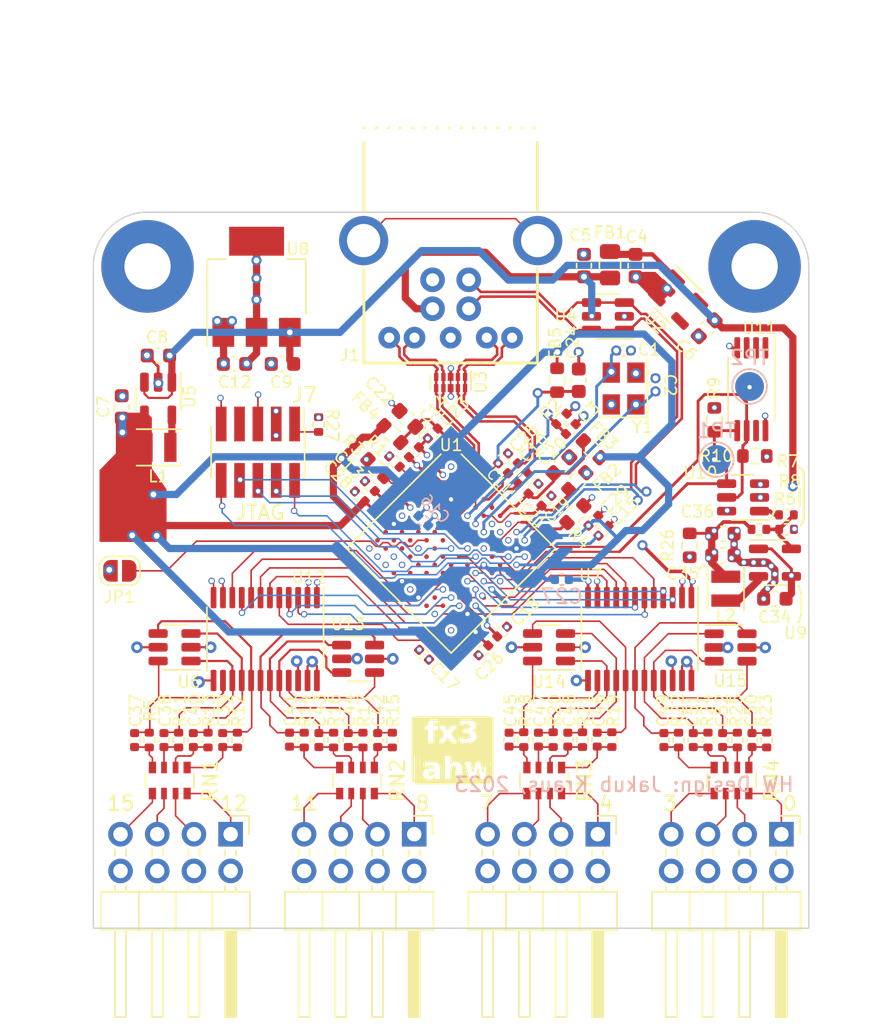
<source format=kicad_pcb>
(kicad_pcb (version 20221018) (generator pcbnew)
  (layers (0 "F.Cu" signal) (1 "In1.Cu" signal) (2 "In2.Cu" signal) (3 "In3.Cu" signal) (4 "In4.Cu" signal) (31 "B.Cu" signal) (34 "B.Paste" user) (35 "F.Paste" user) (36 "B.SilkS" user "B.Silkscreen") (37 "F.SilkS" user "F.Silkscreen") (38 "B.Mask" user) (39 "F.Mask" user) (44 "Edge.Cuts" user))
  (net 0 "")
  (net 1 "/VBUS_IN")
  (net 2 "Net-(U1A-XTALOUT)")
  (net 3 "GND")
  (net 4 "Net-(U1A-XTALIN)")
  (net 5 "Net-(U1A-RESET_N)")
  (net 6 "+1V2")
  (net 8 "Net-(U1C-CVDDQ)")
  (net 9 "Net-(U1C-AVDD)")
  (net 10 "Net-(U1C-U3RXVDDQ)")
  (net 11 "Net-(U1C-U3TXVDDQ)")
  (net 12 "/VCC_frontend")
  (net 13 "Net-(U5-SW)")
  (net 17 "Net-(U1A-FSLC0)")
  (net 18 "+3V3")
  (net 29 "/I2C_SCL")
  (net 32 "/I2C_SDA")
  (net 33 "Net-(JP1-B)")
  (net 66 "/SSRX-")
  (net 67 "/SSRX+")
  (net 68 "/SSTX+")
  (net 69 "/SSTX-")
  (net 70 "/SS_D+")
  (net 71 "/SS_D-")
  (net 72 "VBUS")
  (net 73 "Net-(U9-SW)")
  (net 74 "Net-(U9-FB)")
  (net 75 "Net-(U10-VOUT)")
  (net 80 "/dSSTX+")
  (net 81 "/dSSTX-")
  (net 82 "Net-(RN1-R4.1)")
  (net 83 "/RAW_CH0")
  (net 84 "Net-(RN1-R3.1)")
  (net 85 "/RAW_CH1")
  (net 86 "Net-(RN1-R1.1)")
  (net 87 "/RAW_CH3")
  (net 88 "Net-(RN1-R2.1)")
  (net 89 "/RAW_CH2")
  (net 90 "Net-(RN2-R4.1)")
  (net 91 "/RAW_CH4")
  (net 92 "Net-(RN2-R1.1)")
  (net 93 "/RAW_CH7")
  (net 94 "Net-(RN2-R3.1)")
  (net 95 "/RAW_CH5")
  (net 96 "Net-(RN2-R2.1)")
  (net 97 "/RAW_CH6")
  (net 98 "Net-(RN3-R4.1)")
  (net 99 "/RAW_CH8")
  (net 100 "Net-(RN3-R1.1)")
  (net 101 "/RAW_CH11")
  (net 102 "Net-(RN3-R3.1)")
  (net 103 "/RAW_CH9")
  (net 104 "Net-(RN3-R2.1)")
  (net 105 "/RAW_CH10")
  (net 106 "Net-(RN4-R4.1)")
  (net 107 "/RAW_CH12")
  (net 108 "Net-(RN4-R1.1)")
  (net 109 "/RAW_CH15")
  (net 110 "Net-(RN4-R3.1)")
  (net 111 "/RAW_CH13")
  (net 112 "Net-(RN4-R2.1)")
  (net 113 "/RAW_CH14")
  (net 114 "unconnected-(J1-SHIELD-Pad10)")
  (net 115 "Net-(U1B-R_USB3)")
  (net 116 "Net-(U1B-R_USB2)")
  (net 117 "Net-(J7-VTref)")
  (net 118 "Net-(J7-SWDIO{slash}TMS)")
  (net 119 "Net-(J7-SWDCLK{slash}TCK)")
  (net 120 "Net-(J7-SWO{slash}TDO)")
  (net 122 "/In_CH2")
  (net 123 "/In_CH5")
  (net 124 "/In_CH1")
  (net 125 "/In_CH0")
  (net 126 "/In_CH15")
  (net 127 "/In_CH4")
  (net 128 "/In_CH3")
  (net 129 "/In_CH7")
  (net 130 "/In_CH6")
  (net 131 "/In_CH14")
  (net 132 "/In_CH9")
  (net 133 "/In_CH8")
  (net 134 "/In_CH13")
  (net 135 "/In_CH12")
  (net 136 "/In_CH10")
  (net 137 "/In_CH11")
  (net 138 "Net-(J2-Pin_1)")
  (net 139 "Net-(J2-Pin_3)")
  (net 140 "Net-(J2-Pin_5)")
  (net 141 "Net-(J2-Pin_7)")
  (net 142 "Net-(J3-Pin_1)")
  (net 143 "Net-(J3-Pin_3)")
  (net 144 "Net-(J3-Pin_5)")
  (net 145 "Net-(J3-Pin_7)")
  (net 146 "Net-(J4-Pin_1)")
  (net 147 "Net-(J4-Pin_3)")
  (net 148 "Net-(J4-Pin_5)")
  (net 149 "Net-(J4-Pin_7)")
  (net 150 "Net-(J5-Pin_1)")
  (net 151 "Net-(J5-Pin_3)")
  (net 152 "Net-(J5-Pin_5)")
  (net 153 "Net-(J5-Pin_7)")
  (net 154 "Net-(J7-NC{slash}TDI)")
  (net 155 "Net-(J7-~{RESET})")
  (net 156 "Net-(U2-IN)")
  (footprint "Capacitor_SMD:C_0402_1005Metric" (layer "F.Cu") (at 76.65 166.65 135)
    (fp_text reference "C13")
    (fp_text value "1u")
  )
  (footprint "Resistor_SMD:R_0402_1005Metric" (layer "F.Cu") (at 103.5625 169.634)
    (fp_text reference "R6")
    (fp_text value "36K5")
  )
  (footprint "Capacitor_SMD:C_0402_1005Metric" (layer "F.Cu") (at 94.2 157.3)
    (fp_text reference "C1")
    (fp_text value "10p")
  )
  (footprint "Capacitor_SMD:C_0402_1005Metric" (layer "F.Cu") (at 79.7 164.3 45)
    (fp_text reference "C14")
    (fp_text value "1u")
  )
  (footprint "Package_TO_SOT_SMD:SOT-223-3_TabPin2" (layer "F.Cu") (at 68.809 152.866 90)
    (fp_text reference "U8")
    (fp_text value "AMS1117-3.3")
  )
  (footprint "Package_TO_SOT_SMD:SOT-23-6" (layer "F.Cu") (at 102.466 167.426 180)
    (fp_text reference "U10")
    (fp_text value "MCP4725")
  )
  (footprint "Package_SON:USON-10_2.5x1.0mm_P0.5mm" (layer "F.Cu") (at 82.235 159.484 -90)
    (fp_text reference "U3")
    (fp_text value "SP3010")
  )
  (footprint "Package_TO_SOT_SMD:SOT-23-6" (layer "F.Cu") (at 75.835 178.584)
    (fp_text reference "U13")
    (fp_text value "USBLC6-4SC6")
  )
  (footprint "Package_BGA:XBGA-121_10x10mm_Layout11x11_P0.8mm" (layer "F.Cu") (at 82.266 170.957371 -45)
    (fp_text reference "U1")
    (fp_text value "CYUSB3014BZXI")
  )
  (footprint "Resistor_SMD:R_0402_1005Metric" (layer "F.Cu") (at 78.2 184.2 90)
    (fp_text reference "R15")
    (fp_text value "100K")
  )
  (footprint "Capacitor_SMD:C_0402_1005Metric" (layer "F.Cu") (at 73.12 184.2 90)
    (fp_text reference "C43")
    (fp_text value "10p")
  )
  (footprint "Capacitor_SMD:C_0402_1005Metric" (layer "F.Cu") (at 88.310001 184.170001 90)
    (fp_text reference "C47")
    (fp_text value "10p")
  )
  (footprint "Capacitor_SMD:C_0402_1005Metric" (layer "F.Cu") (at 60.368 184.2 90)
    (fp_text reference "C37")
    (fp_text value "10p")
  )
  (footprint "Resistor_SMD:R_0402_1005Metric" (layer "F.Cu") (at 105.466 168.634 180)
    (fp_text reference "R8")
    (fp_text value "44K2")
  )
  (footprint "libraries:USB3_typeB" (layer "F.Cu") (at 82.235 153.384 180)
    (fp_text reference "J1")
    (fp_text value "USB3_B")
  )
  (footprint "Resistor_SMD:R_0402_1005Metric" (layer "F.Cu") (at 102.068 184.2 90)
    (fp_text reference "R25")
    (fp_text value "100K")
  )
  (footprint "Capacitor_SMD:C_0402_1005Metric" (layer "F.Cu") (at 101.052 184.2 90)
    (fp_text reference "C52")
    (fp_text value "10p")
  )
  (footprint "Capacitor_SMD:C_0402_1005Metric" (layer "F.Cu") (at 66.464 184.2 90)
    (fp_text reference "C39")
    (fp_text value "10p")
  )
  (footprint "Capacitor_SMD:C_0402_1005Metric" (layer "F.Cu") (at 92.374001 184.170001 90)
    (fp_text reference "C46")
    (fp_text value "10p")
  )
  (footprint "Package_SO:TSSOP-24_4.4x7.8mm_P0.65mm" (layer "F.Cu") (at 95.316001 177.218 -90)
    (fp_text reference "U7")
    (fp_text value "SN74AXC8T245PWR")
  )
  (footprint "Resistor_SMD:R_Array_Convex_4x0603" (layer "F.Cu") (at 62.804 186.997001 -90)
    (fp_text reference "RN1")
    (fp_text value "100R")
  )
  (footprint "Resistor_SMD:R_0603_1608Metric" (layer "F.Cu") (at 90.864412 168.581494 45)
    (fp_text reference "R4")
    (fp_text value "6040R 1%")
  )
  (footprint "Capacitor_SMD:C_0402_1005Metric" (layer "F.Cu") (at 86.278001 184.170001 90)
    (fp_text reference "C45")
    (fp_text value "10p")
  )
  (footprint "Package_SO:TSSOP-8_4.4x3mm_P0.65mm" (layer "F.Cu") (at 103.039975 159.949007 -90)
    (fp_text reference "U11")
    (fp_text value "M24M01-RDW")
  )
  (footprint "Capacitor_SMD:C_0603_1608Metric" (layer "F.Cu") (at 99.952496 155.735142 -135)
    (fp_text reference "C6")
    (fp_text value "1u")
  )
  (footprint "Inductor_SMD:L_Sunlord_SWPA252012S" (layer "F.Cu") (at 101.2725 173.734 90)
    (fp_text reference "L2")
    (fp_text value "2u2")
  )
  (footprint "Package_TO_SOT_SMD:SOT-23-6" (layer "F.Cu") (at 101.6 177.8)
    (fp_text reference "U15")
    (fp_text value "USBLC6-4SC6")
  )
  (footprint "Package_TO_SOT_SMD:SOT-23-6" (layer "F.Cu") (at 93.117889 154.907368 180)
    (fp_text reference "U4")
    (fp_text value "USBLC6-2SC6")
  )
  (footprint "Capacitor_SMD:C_0402_1005Metric" (layer "F.Cu") (at 87.266 166.126 -135)
    (fp_text reference "C11")
    (fp_text value "100n")
  )
  (footprint "Resistor_SMD:R_0402_1005Metric" (layer "F.Cu") (at 89.9 162 -135)
    (fp_text reference "R2")
    (fp_text value "100K")
  )
  (footprint "Resistor_SMD:R_0402_1005Metric" (layer "F.Cu") (at 74.136 184.2 90)
    (fp_text reference "R16")
    (fp_text value "100K")
  )
  (footprint "Capacitor_SMD:C_0603_1608Metric" (layer "F.Cu") (at 67.285 158.2 180)
    (fp_text reference "C12")
    (fp_text value "10u")
  )
  (footprint "Resistor_SMD:R_0402_1005Metric" (layer "F.Cu") (at 93.390001 184.170001 90)
    (fp_text reference "R19")
    (fp_text value "100K")
  )
  (footprint "Capacitor_SMD:C_0402_1005Metric" (layer "F.Cu") (at 81 163 -135)
    (fp_text reference "C23")
    (fp_text value "1u")
  )
  (footprint "Resistor_SMD:R_0603_1608Metric" (layer "F.Cu") (at 103.279975 164.565007 180)
    (fp_text reference "R10")
    (fp_text value "4K7")
  )
  (footprint "Resistor_SMD:R_0603_1608Metric" (layer "F.Cu") (at 100.479975 162.065007 -90)
    (fp_text reference "R9")
    (fp_text value "4K7")
  )
  (footprint "Capacitor_SMD:C_0603_1608Metric" (layer "F.Cu") (at 101.0725 169.934)
    (fp_text reference "C36")
    (fp_text value "10u")
  )
  (footprint "Resistor_SMD:R_0402_1005Metric" (layer "F.Cu") (at 104.1 184.2 90)
    (fp_text reference "R23")
    (fp_text value "100K")
  )
  (footprint "Capacitor_SMD:C_0603_1608Metric" (layer "F.Cu") (at 101.0725 171.434)
    (fp_text reference "C35")
    (fp_text value "10u")
  )
  (footprint "Resistor_SMD:R_0402_1005Metric" (layer "F.Cu") (at 91.358001 184.172001 90)
    (fp_text reference "R21")
    (fp_text value "100K")
  )
  (footprint "Resistor_SMD:R_0603_1608Metric" (layer "F.Cu") (at 77.1 165.4 135)
    (fp_text reference "R3")
    (fp_text value "200R 1%")
  )
  (footprint "Connector_PinHeader_2.54mm:PinHeader_2x04_P2.54mm_Horizontal" (layer "F.Cu") (at 79.716 190.707371 -90)
    (fp_text reference "J3" hide)
    (fp_text value "Input")
  )
  (footprint "Capacitor_SMD:C_0402_1005Metric" (layer "F.Cu") (at 62.4 184.2 90)
    (fp_text reference "C38")
    (fp_text value "10p")
  )
  (footprint "Package_TO_SOT_SMD:SOT-23-5" (layer "F.Cu") (at 104.6725 171.934)
    (fp_text reference "U9")
    (fp_text value "TLV62569DBV")
  )
  (footprint "Resistor_SMD:R_0402_1005Metric" (layer "F.Cu") (at 61.384 184.2 90)
    (fp_text reference "R5")
    (fp_text value "100K")
  )
  (footprint "Resistor_SMD:R_0402_1005Metric" (layer "F.Cu") (at 65.448 184.2 90)
    (fp_text reference "R13")
    (fp_text value "100K")
  )
  (footprint "Resistor_SMD:R_0402_1005Metric" (layer "F.Cu") (at 105.4725 169.634)
    (fp_text reference "R7")
    (fp_text value "10K")
  )
  (footprint "Capacitor_SMD:C_0603_1608Metric" (layer "F.Cu") (at 104.666 174.434 180)
    (fp_text reference "C34")
    (fp_text value "10u")
  )
  (footprint "Inductor_SMD:L_Sunlord_SWPA252012S" (layer "F.Cu") (at 62.019 163.968001 180)
    (fp_text reference "L1")
    (fp_text value "10uH")
  )
  (footprint "Resistor_SMD:R_0402_1005Metric" (layer "F.Cu") (at 89.326001 184.170001 90)
    (fp_text reference "R20")
    (fp_text value "100K")
  )
  (footprint "Capacitor_SMD:C_0603_1608Metric" (layer "F.Cu") (at 59.479 161.174001 90)
    (fp_text reference "C7")
    (fp_text value "10u")
  )
  (footprint "Capacitor_SMD:C_0402_1005Metric" (layer "F.Cu") (at 84.5 178 -135)
    (fp_text reference "C26")
    (fp_text value "1u")
  )
  (footprint "Resistor_SMD:R_0402_1005Metric" (layer "F.Cu") (at 78.35 164.95 135)
    (fp_text reference "R1")
    (fp_text value "10K")
  )
  (footprint "Resistor_SMD:R_0402_1005Metric" (layer "F.Cu") (at 100.036 184.198 90)
    (fp_text reference "R24")
    (fp_text value "100K")
  )
  (footprint "Capacitor_SMD:C_0603_1608Metric" (layer "F.Cu") (at 89.9 165.2 45)
    (fp_text reference "C20")
    (fp_text value "22u")
  )
  (footprint "Capacitor_SMD:C_0603_1608Metric" (layer "F.Cu") (at 79.25 162 135)
    (fp_text reference "C22")
    (fp_text value "22u")
  )
  (footprint "Resistor_SMD:R_0603_1608Metric" (layer "F.Cu") (at 98.7725 170.734 -90)
    (fp_text reference "R26")
    (fp_text value "1K")
  )
  (footprint "Resistor_SMD:R_0402_1005Metric" (layer "F.Cu") (at 87.294001 184.170001 90)
    (fp_text reference "R18")
    (fp_text value "100K")
  )
  (footprint "Capacitor_SMD:C_0402_1005Metric" (layer "F.Cu") (at 92.108919 169.034042 45)
    (fp_text reference "C29")
    (fp_text value "1u")
  )
  (footprint "Resistor_SMD:R_0805_2012Metric" (layer "F.Cu") (at 93.2595 151.343629 90)
    (fp_text reference "FB1")
    (fp_text value "100Ω")
  )
  (footprint "Capacitor_SMD:C_0402_1005Metric" (layer "F.Cu") (at 85.8 176.7 45)
    (fp_text reference "C18")
    (fp_text value "1u")
  )
  (footprint "Package_TO_SOT_SMD:SOT-23-6" (layer "F.Cu") (at 89.043001 177.784 180)
    (fp_text reference "U14")
    (fp_text value "USBLC6-4SC6")
  )
  (footprint "Jumper:SolderJumper-2_P1.3mm_Open_RoundedPad1.0x1.5mm" (layer "F.Cu") (at 59.35 172.5)
    (fp_text reference "JP1")
    (fp_text value "SolderJumper_2_Open")
  )
  (footprint "Resistor_SMD:R_Array_Convex_4x0603" (layer "F.Cu") (at 88.712001 186.997001 -90)
    (fp_text reference "RN3")
    (fp_text value "100R")
  )
  (footprint "Resistor_SMD:R_0402_1005Metric" (layer "F.Cu") (at 76.168 184.2 90)
    (fp_text reference "R17")
    (fp_text value "100K")
  )
  (footprint "Resistor_SMD:R_Array_Convex_4x0603" (layer "F.Cu") (at 101.666 186.997 -90)
    (fp_text reference "RN4")
    (fp_text value "100R")
  )
  (footprint "Package_SO:TSSOP-24_4.4x7.8mm_P0.65mm" (layer "F.Cu") (at 69.408 177.218 -90)
    (fp_text reference "U12")
    (fp_text value "SN74AXC8T245PWR")
  )
  (footprint "Connector_PinHeader_1.27mm:PinHeader_2x05_P1.27mm_Vertical_SMD" (layer "F.Cu") (at 68.9 164.3 -90)
    (fp_text reference "J7")
    (fp_text value "Conn_ARM_JTAG_SWD_10")
  )
  (footprint "Capacitor_SMD:C_0402_1005Metric" (layer "F.Cu") (at 86.54758 165.40758 -135)
    (fp_text reference "C10")
    (fp_text value "100n")
  )
  (footprint "Connector_PinHeader_2.54mm:PinHeader_2x04_P2.54mm_Horizontal" (layer "F.Cu") (at 105.116 190.707371 -90)
    (fp_text reference "J5" hide)
    (fp_text value "Input")
  )
  (footprint "Capacitor_SMD:C_0402_1005Metric" (layer "F.Cu") (at 90.342001 184.170001 90)
    (fp_text reference "C48")
    (fp_text value "10p")
  )
  (footprint "Capacitor_SMD:C_0402_1005Metric" (layer "F.Cu") (at 99.02 184.2 90)
    (fp_text reference "C51")
    (fp_text value "10p")
  )
  (footprint "Capacitor_SMD:C_0402_1005Metric" (layer "F.Cu") (at 92.808919 169.734042 45)
    (fp_text reference "C15")
    (fp_text value "1u")
  )
  (footprint "Capacitor_SMD:C_0603_1608Metric" (layer "F.Cu") (at 91.4595 151.401629 90)
    (fp_text reference "C5")
    (fp_text value "1u")
  )
  (footprint "Capacitor_SMD:C_0603_1608Metric" (layer "F.Cu") (at 95.0285 151.401629 -90)
    (fp_text reference "C4")
    (fp_text value "1u")
  )
  (footprint "MountingHole:MountingHole_3.2mm_M3_Pad" (layer "F.Cu") (at 61.266 151.457371)
    (fp_text reference "H1" hide)
    (fp_text value "M3")
  )
  (footprint "Connector_PinHeader_2.54mm:PinHeader_2x04_P2.54mm_Horizontal" (layer "F.Cu") (at 92.416 190.707371 -90)
    (fp_text reference "J4" hide)
    (fp_text value "Input")
  )
  (footprint "Resistor_SMD:R_0402_1005Metric" (layer "F.Cu") (at 98.004 184.2 90)
    (fp_text reference "R22")
    (fp_text value "100K")
  )
  (footprint "Resistor_SMD:R_Array_Convex_4x0603" (layer "F.Cu") (at 75.757999 186.997 -90)
    (fp_text reference "RN2")
    (fp_text value "100R")
  )
  (footprint "Connector_PinHeader_2.54mm:PinHeader_2x04_P2.54mm_Horizontal" (layer "F.Cu") (at 67.016 190.707371 -90)
    (fp_text reference "J2" hide)
    (fp_text value "Input")
  )
  (footprint "Crystal:Crystal_SMD_3225-4Pin_3.2x2.5mm" (layer "F.Cu") (at 94.2 159.9 90)
    (fp_text reference "Y1")
    (fp_text value "19.2M")
  )
  (footprint "Capacitor_SMD:C_0402_1005Metric" (layer "F.Cu") (at 96.4 159.648528 90)
    (fp_text reference "C2")
    (fp_text value "10p")
  )
  (footprint "Capacitor_SMD:C_0402_1005Metric" (layer "F.Cu") (at 71.088 184.172 90)
    (fp_text reference "C41")
    (fp_text value "10p")
  )
  (footprint "Resistor_SMD:R_0402_1005Metric" (layer "F.Cu") (at 73.1 162.390001 -90)
    (fp_text reference "R27")
    (fp_text value "100R")
  )
  (footprint "Package_TO_SOT_SMD:SOT-23-5" (layer "F.Cu") (at 97.972597 153.755243 -45)
    (fp_text reference "U2")
    (fp_text value "~")
  )
  (footprint "Resistor_SMD:R_0603_1608Metric" (layer "F.Cu") (at 91 166.3 45)
    (fp_text reference "FB2")
    (fp_text value "600R")
  )
  (footprint "Capacitor_SMD:C_0402_1005Metric" (layer "F.Cu") (at 80.4 178.3 -45)
    (fp_text reference "C17")
    (fp_text value "1u")
  )
  (footprint "Capacitor_SMD:C_0603_1608Metric" (layer "F.Cu") (at 70.6 158.2 180)
    (fp_text reference "C9")
    (fp_text value "10u")
  )
  (footprint "Capacitor_SMD:C_0402_1005Metric" (layer "F.Cu") (at 90.55 162.7 45)
    (fp_text reference "C3")
    (fp_text value "100n")
  )
  (footprint "Resistor_SMD:R_0603_1608Metric" (layer "F.Cu") (at 92 164.1 135)
    (fp_text reference "FB3")
    (fp_text value "600R")
  )
  (footprint "Capacitor_SMD:C_0402_1005Metric" (layer "F.Cu") (at 88.866 167.657371 45)
    (fp_text reference "C19")
    (fp_text value "1u")
  )
  (footprint "Resistor_SMD:R_0603_1608Metric" (layer "F.Cu") (at 89.6 159.325 -90)
    (fp_text reference "FB5")
    (fp_text value "600R")
  )
  (footprint "Capacitor_SMD:C_0603_1608Metric" (layer "F.Cu") (at 91.1 159.325 90)
    (fp_text reference "C24")
    (fp_text value "22u")
  )
  (footprint "Capacitor_SMD:C_0402_1005Metric" (layer "F.Cu") (at 75.95 167.35 135)
    (fp_text reference "C28")
    (fp_text value "1u")
  )
  (footprint "Capacitor_SMD:C_0402_1005Metric" (layer "F.Cu") (at 77.184 184.2 90)
    (fp_text reference "C42")
    (fp_text value "10p")
  )
  (footprint "Package_TO_SOT_SMD:SOT-23-6" (layer "F.Cu") (at 63.135 177.784 180)
    (fp_text reference "U6")
    (fp_text value "USBLC6-4SC6")
  )
  (footprint "Package_TO_SOT_SMD:SOT-23-5" (layer "F.Cu") (at 62 160.6 -90)
    (fp_text reference "U5")
    (fp_text value "TPS62207DBV")
  )
  (footprint "Resistor_SMD:R_0402_1005Metric" (layer "F.Cu") (at 63.416 184.2 90)
    (fp_text reference "R11")
    (fp_text value "100K")
  )
  (footprint "Capacitor_SMD:C_0402_1005Metric" (layer "F.Cu") (at 87.966 166.826 45)
    (fp_text reference "C21")
    (fp_text value "1u")
  )
  (footprint "Resistor_SMD:R_0402_1005Metric" (layer "F.Cu") (at 72.104 184.2 90)
    (fp_text reference "R14")
    (fp_text value "100K")
  )
  (footprint "Capacitor_SMD:C_0603_1608Metric" (layer "F.Cu") (at 62.019 157.618001 180)
    (fp_text reference "C8")
    (fp_text value "10u")
  )
  (footprint "MountingHole:MountingHole_3.2mm_M3_Pad" (layer "F.Cu") (at 103.266 151.457371)
    (fp_text reference "H2" hide)
    (fp_text value "M3")
  )
  (footprint "Capacitor_SMD:C_0402_1005Metric" (layer "F.Cu") (at 96.988 184.2 90)
    (fp_text reference "C49")
    (fp_text value "10p")
  )
  (footprint "Capacitor_SMD:C_0402_1005Metric" (layer "F.Cu") (at 75.152 184.2 90)
    (fp_text reference "C44")
    (fp_text value "10p")
  )
  (footprint "Capacitor_SMD:C_0402_1005Metric" (layer "F.Cu") (at 64.432 184.2 90)
    (fp_text reference "C40")
    (fp_text value "10p")
  )
  (footprint "Capacitor_SMD:C_0402_1005Metric" (layer "F.Cu") (at 85.866 164.726 45)
    (fp_text reference "C25")
    (fp_text value "1u")
  )
  (footprint "Capacitor_SMD:C_0402_1005Metric" (layer "F.Cu") (at 103.084 184.2 90)
    (fp_text reference "C50")
    (fp_text value "10p")
  )
  (footprint "Resistor_SMD:R_0402_1005Metric" (layer "F.Cu") (at 67.48 184.2 90)
    (fp_text reference "R12")
    (fp_text value "100K")
  )
  (footprint "Resistor_SMD:R_0603_1608Metric" (layer "F.Cu") (at 78.2 163.05 -45)
    (fp_text reference "FB4")
    (fp_text value "600R")
  )
  (footprint "Capacitor_SMD:C_0402_1005Metric" (layer "B.Cu") (at 89.931864 173.106974)
    (fp_text reference "C27")
    (fp_text value "1u")
  )
  (footprint "TestPoint:TestPoint_Pad_D2.0mm" (layer "B.Cu") (at 102.916 159.757371 180)
    (fp_text reference "TP2")
    (fp_text value "TestPoint")
  )
  (footprint "TestPoint:TestPoint_Pad_D2.0mm" (layer "B.Cu") (at 100.616 164.807371 180)
    (fp_text reference "TP1")
    (fp_text value "TestPoint")
  )
  (footprint "Capacitor_SMD:C_0402_1005Metric" (layer "B.Cu") (at 80.342671 169.034042 135)
    (fp_text reference "C16")
    (fp_text value "1u")
  )
  (gr_line (start 87.016 167.707371) (end 87.166 167.857371) (stroke (width 0.1)) (layer "F.SilkS"))
  (gr_line (start 106.2725 165.234) (end 106.6725 165.634) (stroke (width 0.15)) (layer "F.SilkS"))
  (gr_line (start 80.466 162.707371) (end 80.066 163.107371) (stroke (width 0.1)) (layer "F.SilkS"))
  (gr_line (start 106.3725 166.834) (end 106.3725 168.034) (stroke (width 0.15)) (layer "F.SilkS"))
  (gr_line (start 106.3 173.5) (end 106.5 174.1) (stroke (width 0.12)) (layer "F.SilkS"))
  (gr_line (start 80.066 163.107371) (end 80.066 163.357371) (stroke (width 0.1)) (layer "F.SilkS"))
  (gr_line (start 106.5 175.5) (end 106.3 176.1) (stroke (width 0.12)) (layer "F.SilkS"))
  (gr_line (start 80.466 162.457371) (end 80.466 162.707371) (stroke (width 0.1)) (layer "F.SilkS"))
  (gr_line (start 106.6725 165.634) (end 106.6725 168.934) (stroke (width 0.15)) (layer "F.SilkS"))
  (gr_line (start 106.5 174.1) (end 106.5 175.5) (stroke (width 0.12)) (layer "F.SilkS"))
  (gr_line (start 104.440852 168.920905) (end 104.667126 168.128946) (stroke (width 0.15)) (layer "F.SilkS"))
  (gr_line (start 106.6725 168.934) (end 106.4725 169.334) (stroke (width 0.15)) (layer "F.SilkS"))
  (gr_rect (start 79.916 182.707371) (end 84.816 187.107371) (stroke (width 0.3)) (fill none) (layer "F.SilkS"))
  (gr_line (start 86.316 167.007371) (end 86.466 167.157371) (stroke (width 0.1)) (layer "F.SilkS"))
  (gr_line (start 87.216 167.507371) (end 87.016 167.707371) (stroke (width 0.1)) (layer "F.SilkS"))
  (gr_line (start 86.466 167.157371) (end 86.666 166.957371) (stroke (width 0.1)) (layer "F.SilkS"))
  (gr_line (start 99.4 172.4) (end 99.8 172.1) (stroke (width 0.12)) (layer "F.SilkS"))
  (gr_line (start 57.516 197.207371) (end 57.516 151.457371) (stroke (width 0.1)) (layer "Edge.Cuts"))
  (gr_line (start 61.266 147.707371) (end 103.266 147.707371) (stroke (width 0.1)) (layer "Edge.Cuts"))
  (gr_line (start 107.016 151.457371) (end 107.016 197.207371) (stroke (width 0.1)) (layer "Edge.Cuts"))
  (gr_arc (start 57.516 151.457371) (mid 58.61435 148.805721) (end 61.266 147.707371) (stroke (width 0.1)) (layer "Edge.Cuts"))
  (gr_arc (start 103.266 147.707371) (mid 105.91765 148.805721) (end 107.016 151.457371) (stroke (width 0.1)) (layer "Edge.Cuts"))
  (gr_line (start 107.016 197.207371) (end 57.516 197.207371) (stroke (width 0.1)) (layer "Edge.Cuts"))
  (gr_text "HW Design: Jakub Kraus, 2023" (at 106.066 187.857371) (layer "B.SilkS") (effects (font (size 1 1)) (justify left bottom mirror)))
  (gr_text "4" (at 92.416 189.157371) (layer "F.SilkS") (effects (font (size 1 1)) (justify left bottom)))
  (gr_text "JTAG" (at 67.266 169.057371) (layer "F.SilkS") (effects (font (size 1 1)) (justify left bottom)))
  (gr_text "3" (at 96.816 189.157371) (layer "F.SilkS") (effects (font (size 1 1)) (justify left bottom)))
  (gr_text "12" (at 66.166 189.157371) (layer "F.SilkS") (effects (font (size 1 1)) (justify left bottom)))
  (gr_text "7" (at 84.116 189.157371) (layer "F.SilkS") (effects (font (size 1 1)) (justify left bottom)))
  (gr_text "0" (at 105.116 189.157371) (layer "F.SilkS") (effects (font (size 1 1)) (justify left bottom)))
  (gr_text "15" (at 58.366 189.157371) (layer "F.SilkS") (effects (font (size 1 1)) (justify left bottom)))
  (gr_text "11" (at 71.066 189.157371) (layer "F.SilkS") (effects (font (size 1 1)) (justify left bottom)))
  (gr_text "8" (at 79.716 189.157371) (layer "F.SilkS") (effects (font (size 1 1)) (justify left bottom)))
  (gr_text "fx3\nlahw" (at 82.316 185.007371) (layer "F.SilkS" knockout) (effects (font (size 1.5 1.5) (thickness 0.2) bold)))
  (segment (start 79.098164 153.64741) (end 79.834754 154.384) (width 0.5) (layer "F.Cu") (net 1))
  (segment (start 80.116397 150.479574) (end 79.098164 151.497807) (width 0.5) (layer "F.Cu") (net 1))
  (segment (start 86.338932 152.176629) (end 84.641877 150.479574) (width 0.5) (layer "F.Cu") (net 1))
  (segment (start 84.641877 150.479574) (end 80.116397 150.479574) (width 0.5) (layer "F.Cu") (net 1))
  (segment (start 93.18 152.176629) (end 93.2595 152.256129) (width 0.5) (layer "F.Cu") (net 1))
  (segment (start 91.4595 152.176629) (end 86.338932 152.176629) (width 0.5) (layer "F.Cu") (net 1))
  (segment (start 79.098164 151.497807) (end 79.098164 153.64741) (width 0.5) (layer "F.Cu") (net 1))
  (segment (start 91.4595 152.176629) (end 93.18 152.176629) (width 0.5) (layer "F.Cu") (net 1))
  (segment (start 79.834754 154.384) (end 80.985 154.384) (width 0.5) (layer "F.Cu") (net 1))
  (via (at 91.4595 152.176629) (size 0.7) (drill 0.4) (layers "F.Cu" "B.Cu") (net 1))
  (via (at 91.995782 154.891917) (size 0.45) (drill 0.3) (layers "F.Cu" "B.Cu") (net 1))
  (segment (start 91.995782 152.712911) (end 91.995782 154.891917) (width 0.5) (layer "B.Cu") (net 1))
  (segment (start 91.4595 152.176629) (end 91.995782 152.712911) (width 0.5) (layer "B.Cu") (net 1))
  (segment (start 96.4 160.128528) (end 96.408125 160.096219) (width 0.2) (layer "F.Cu") (net 2))
  (segment (start 95.050481 161.001315) (end 95.05 161) (width 0.2) (layer "F.Cu") (net 2))
  (via (at 96.408125 160.096219) (size 0.7) (drill 0.4) (layers "F.Cu" "B.Cu") (net 2))
  (via (at 95.050481 161.001315) (size 0.7) (drill 0.4) (layers "F.Cu" "B.Cu") (net 2))
  (via (at 84.528742 169.826001) (size 0.45) (drill 0.3) (layers "F.Cu" "B.Cu") (net 2))
  (segment (start 84.528742 169.826001) (end 84.528742 169.147177) (width 0.2) (layer "B.Cu") (net 2))
  (segment (start 96.408125 160.096219) (end 95.503029 161.001315) (width 0.2) (layer "B.Cu") (net 2))
  (segment (start 95.503029 161.001315) (end 95.050481 161.001315) (width 0.2) (layer "B.Cu") (net 2))
  (segment (start 90.411864 165.639932) (end 95.050481 161.001315) (width 0.2) (layer "B.Cu") (net 2))
  (segment (start 84.528742 169.147177) (end 88.035987 165.639932) (width 0.2) (layer "B.Cu") (net 2))
  (segment (start 88.035987 165.639932) (end 90.411864 165.639932) (width 0.2) (layer "B.Cu") (net 2))
  (segment (start 90.889411 162.360589) (end 90.889411 162.33396) (width 0.2) (layer "F.Cu") (net 3))
  (segment (start 75.753279 178.584) (end 75.765999 178.57128) (width 0.15) (layer "F.Cu") (net 3))
  (segment (start 90.180501 177.784) (end 91.543001 177.784) (width 0.11) (layer "F.Cu") (net 3))
  (segment (start 90.9385 180.0805) (end 90.935 180.084) (width 0.15) (layer "F.Cu") (net 3))
  (segment (start 68.9 160.338327) (end 68.915834 160.322493) (width 0.11) (layer "F.Cu") (net 3))
  (segment (start 72.333 174.3555) (end 72.333 173.367) (width 0.11) (layer "F.Cu") (net 3))
  (segment (start 102.666 171.926) (end 102.3395 171.926) (width 0.5) (layer "F.Cu") (net 3))
  (segment (start 104.566 173.326) (end 104.166 173.726) (width 0.5) (layer "F.Cu") (net 3))
  (segment (start 82.25 160.45) (end 82.25 159.884) (width 0.2) (layer "F.Cu") (net 3))
  (segment (start 82.235 159.099) (end 82.235 159.869) (width 0.11) (layer "F.Cu") (net 3))
  (segment (start 64.9385 180.0805) (end 64.835 180.184) (width 0.15) (layer "F.Cu") (net 3))
  (segment (start 97.591001 180.0805) (end 97.591001 178.83764) (width 0.15) (layer "F.Cu") (net 3))
  (segment (start 71.683 180.0805) (end 71.683 178.83764) (width 0.15) (layer "F.Cu") (net 3))
  (segment (start 66.36 160.595084) (end 66.313683 160.548767) (width 0.11) (layer "F.Cu") (net 3))
  (segment (start 68.9 162.35) (end 68.9 160.338327) (width 0.11) (layer "F.Cu") (net 3))
  (segment (start 74.6975 178.584) (end 75.753279 178.584) (width 0.15) (layer "F.Cu") (net 3))
  (segment (start 92.858919 168.284042) (end 92.44833 168.694631) (width 0.2) (layer "F.Cu") (net 3))
  (segment (start 97.591001 178.83764) (end 97.497307 178.743946) (width 0.15) (layer "F.Cu") (net 3))
  (segment (start 104.666 172.426) (end 104.666 172.726) (width 0.5) (layer "F.Cu") (net 3))
  (segment (start 90.889411 162.33396) (end 91.430097 161.793274) (width 0.2) (layer "F.Cu") (net 3))
  (segment (start 82.25 159.884) (end 82.235 159.869) (width 0.2) (layer "F.Cu") (net 3))
  (segment (start 104.666 173.226) (end 104.566 173.326) (width 0.5) (layer "F.Cu") (net 3))
  (segment (start 104.166 171.926) (end 104.416 172.176) (width 0.5) (layer "F.Cu") (net 3))
  (segment (start 72.333 173.367) (end 72.4 173.3) (width 0.11) (layer "F.Cu") (net 3))
  (segment (start 65.833 174.3555) (end 65.833 173.333) (width 0.11) (layer "F.Cu") (net 3))
  (segment (start 92.391001 173.251001) (end 92.366 173.226) (width 0.2) (layer "F.Cu") (net 3))
  (segment (start 66.483 173.283) (end 66.4 173.2) (width 0.11) (layer "F.Cu") (net 3))
  (segment (start 66.36 162.35) (end 66.36 160.595084) (width 0.11) (layer "F.Cu") (net 3))
  (segment (start 91.1 158.55) (end 91.1 157.390245) (width 0.2) (layer "F.Cu") (net 3))
  (segment (start 104.666 172.726) (end 104.666 173.226) (width 0.5) (layer "F.Cu") (net 3))
  (segment (start 93.558919 168.984042) (end 93.14833 169.394631) (width 0.2) (layer "F.Cu") (net 3))
  (segment (start 104.416 172.176) (end 104.666 172.426) (width 0.5) (layer "F.Cu") (net 3))
  (segment (start 92.391001 174.3555) (end 92.391001 173.251001) (width 0.2) (layer "F.Cu") (net 3))
  (segment (start 92.014412 167.431494) (end 91.447775 167.998131) (width 0.2) (layer "F.Cu") (net 3))
  (segment (start 64.2725 177.784) (end 65.635 177.784) (width 0.15) (layer "F.Cu") (net 3))
  (segment (start 98.241001 173.250999) (end 98.266 173.226) (width 0.2) (layer "F.Cu") (net 3))
  (segment (start 80.039411 163.960589) (end 80.060589 163.960589) (width 0.2) (layer "F.Cu") (net 3))
  (segment (start 66.509 158.199) (end 66.51 158.2) (width 0.5) (layer "F.Cu") (net 3))
  (segment (start 102.3395 171.926) (end 101.8475 171.434) (width 0.5) (layer "F.Cu") (net 3))
  (segment (start 82.235 159.099) (end 82.235 158.515) (width 0.2) (layer "F.Cu") (net 3))
  (segment (start 80.65 163.35) (end 80.660589 163.339411) (width 0.2) (layer "F.Cu") (net 3))
  (segment (start 78.150004 160.900004) (end 78.15 160.900004) (width 0.2) (layer "F.Cu") (net 3))
  (segment (start 91.741001 173.250999) (end 91.766 173.226) (width 0.2) (layer "F.Cu") (net 3))
  (segment (start 66.509 156.016) (end 66.539957 158.17289) (width 0.5) (layer "F.Cu") (net 3))
  (segment (start 101.8475 171.434) (end 101.8475 170.726) (width 0.5) (layer "F.Cu") (net 3))
  (segment (start 100.4625 177.8) (end 101.4 177.8) (width 0.15) (layer "F.Cu") (net 3))
  (segment (start 93.558919 168.934042) (end 93.558919 168.984042) (width 0.2) (layer "F.Cu") (net 3))
  (segment (start 92.858919 168.234042) (end 92.858919 168.284042) (width 0.2) (layer "F.Cu") (net 3))
  (segment (start 78.701992 161.451992) (end 78.150004 160.900004) (width 0.2) (layer "F.Cu") (net 3))
  (segment (start 80.039411 163.960589) (end 80.65 163.35) (width 0.2) (layer "F.Cu") (net 3))
  (segment (start 104.166 173.726) (end 103.891 174.001) (width 0.5) (layer "F.Cu") (net 3))
  (segment (start 62 158.374001) (end 62 159.4625) (width 0.2) (layer "F.Cu") (net 3))
  (segment (start 91.741001 180.0805) (end 90.9385 180.0805) (width 0.15) (layer "F.Cu") (net 3))
  (segment (start 65.833 180.0805) (end 64.9385 180.0805) (width 0.15) (layer "F.Cu") (net 3))
  (segment (start 101.516 156.957371) (end 101.645136 157.086507) (width 0.2) (layer "F.Cu") (net 3))
  (segment (start 66.539957 158.17289) (end 66.509 158.199) (width 0.5) (layer "F.Cu") (net 3))
  (segment (start 61.244 157.618001) (end 62 158.374001) (width 0.2) (layer "F.Cu") (net 3))
  (segment (start 98.241001 174.3555) (end 98.241001 173.250999) (width 0.2) (layer "F.Cu") (net 3))
  (segment (start 103.766 171.926) (end 104.166 171.926) (width 0.5) (layer "F.Cu") (net 3))
  (segment (start 71.683 178.83764) (end 71.589306 178.743946) (width 0.15) (layer "F.Cu") (net 3))
  (segment (start 103.891 174.001) (end 103.891 174.434) (width 0.5) (layer "F.Cu") (net 3))
  (segment (start 91.741001 174.3555) (end 91.741001 173.250999) (width 0.2) (layer "F.Cu") (net 3))
  (segment (start 80.060589 163.960589) (end 80.6 164.5) (width 0.2) (layer "F.Cu") (net 3))
  (segment (start 66.483 174.3555) (end 66.483 173.283) (width 0.11) (layer "F.Cu") (net 3))
  (segment (start 91.1 157.390245) (end 91.090686 157.380931) (width 0.2) (layer "F.Cu") (net 3))
  (segment (start 82.235 158.515) (end 82.25 158.5) (width 0.2) (layer "F.Cu") (net 3))
  (segment (start 65.833 173.333) (end 65.7 173.2) (width 0.11) (layer "F.Cu") (net 3))
  (segment (start 103.766 171.926) (end 102.666 171.926) (width 0.5) (layer "F.Cu") (net 3))
  (segment (start 101.8475 170.726) (end 101.8475 169.934) (width 0.5) (layer "F.Cu") (net 3))
  (segment (start 101.645136 157.086507) (end 102.064975 157.086507) (width 0.2) (layer "F.Cu") (net 3))
  (via (at 61.222518 157.607205) (size 0.7) (drill 0.4) (layers "F.Cu" "B.Cu") (net 3))
  (via (at 80.6 164.5) (size 0.45) (drill 0.3) (layers "F.Cu" "B.Cu") (net 3))
  (via (at 78.306205 171.523056) (size 0.45) (drill 0.3) (layers "F.Cu" "B.Cu") (net 3))
  (via (at 102.066 169.726) (size 0.45) (drill 0.3) (layers "F.Cu" "B.Cu") (net 3))
  (via (at 102.517523 171.926) (size 0.45) (drill 0.3) (layers "F.Cu" "B.Cu") (net 3))
  (via (at 78 164.55) (size 0.45) (drill 0.3) (layers "F.Cu" "B.Cu") (net 3))
  (via (at 66.539957 158.17289) (size 0.7) (drill 0.4) (layers "F.Cu" "B.Cu") (net 3))
  (via (at 78.871888 168.69463) (size 0.45) (drill 0.3) (layers "F.Cu" "B.Cu") (net 3))
  (via (at 101.516 156.957371) (size 0.45) (drill 0.3) (layers "F.Cu" "B.Cu") (net 3))
  (via (at 101.666 170.126) (size 0.45) (drill 0.3) (layers "F.Cu" "B.Cu") (net 3))
  (via (at 59.525463 160.43563) (size 0.7) (drill 0.4) (layers "F.Cu" "B.Cu") (net 3))
  (via (at 85.094428 169.260316) (size 0.45) (drill 0.3) (layers "F.Cu" "B.Cu") (net 3))
  (via (at 95.050481 152.192066) (size 0.7) (drill 0.4) (layers "F.Cu" "B.Cu") (net 3))
  (via (at 89.205411 167.31796) (size 0.45) (drill 0.3) (layers "F.Cu" "B.Cu") (net 3))
  (via (at 91.543001 177.784) (size 0.8) (drill 0.4) (layers "F.Cu" "B.Cu") (net 3))
  (via (at 82.266001 165.300518) (size 0.45) (drill 0.3) (layers "F.Cu" "B.Cu") (net 3))
  (via (at 99.369315 156.269807) (size 0.7) (drill 0.4) (layers "F.Cu" "B.Cu") (net 3))
  (via (at 80.568944 168.128945) (size 0.45) (drill 0.3) (layers "F.Cu" "B.Cu") (net 3))
  (via (at 104.566 173.326) (size 0.45) (drill 0.3) (layers "F.Cu" "B.Cu") (net 3))
  (via (at 75.6 167.05) (size 0.45) (drill 0.3) (layers "F.Cu" "B.Cu") (net 3))
  (via (at 62.014477 159.530534) (size 0.7) (drill 0.4) (layers "F.Cu" "B.Cu") (net 3))
  (via (at 72.4 173.3) (size 0.45) (drill 0.3) (layers "F.Cu" "B.Cu") (net 3))
  (via (at 91.430097 161.793274) (size 0.7) (drill 0.4) (layers "F.Cu" "B.Cu") (net 3))
  (via (at 106.02477 169.599727) (size 0.45) (drill 0.3) (layers "F.Cu" "B.Cu") (net 3))
  (via (at 85.660113 169.826001) (size 0.45) (drill 0.3) (layers "F.Cu" "B.Cu") (net 3))
  (via (at 82.25 160.45) (size 0.45) (drill 0.3) (layers "F.Cu" "B.Cu") (net 3))
  (via (at 65.7 173.2) (size 0.45) (drill 0.3) (layers "F.Cu" "B.Cu") (net 3))
  (via (at 104.666 172.726) (size 0.45) (drill 0.3) (layers "F.Cu" "B.Cu") (net 3))
  (via (at 102.066 171.226) (size 0.45) (drill 0.3) (layers "F.Cu" "B.Cu") (net 3))
  (via (at 84.528742 170.957372) (size 0.45) (drill 0.3) (layers "F.Cu" "B.Cu") (net 3))
  (via (at 84.189329 178.311276) (size 0.45) (drill 0.3) (layers "F.Cu" "B.Cu") (net 3))
  (via (at 70.160341 163.150918) (size 0.45) (drill 0.3) (layers "F.Cu" "B.Cu") (net 3))
  (via (at 94.255388 154.91123) (size 0.45) (drill 0.3) (layers "F.Cu" "B.Cu") (net 3))
  (via (at 80.73912 178.625914) (size 0.45) (drill 0.3) (layers "F.Cu" "B.Cu") (net 3))
  (via (at 97.209316 152.98981) (size 0.7) (drill 0.4) (layers "F.Cu" "B.Cu") (net 3))
  (via (at 71.589306 178.743946) (size 0.8) (drill 0.4) (layers "F.Cu" "B.Cu") (net 3))
  (via (at 104.416 172.176) (size 0.45) (drill 0.3) (layers "F.Cu" "B.Cu") (net 3))
  (via (at 91.090686 157.380931) (size 0.7) (drill 0.4) (layers "F.Cu" "B.Cu") (net 3))
  (via (at 66.4 173.2) (size 0.45) (drill 0.3) (layers "F.Cu" "B.Cu") (net 3))
  (via (at 101.366 168.326) (size 0.45) (drill 0.3) (layers "F.Cu" "B.Cu") (net 3))
  (via (at 98.766 171.526) (size 0.45) (drill 0.3) (layers "F.Cu" "B.Cu") (net 3))
  (via (at 88.316946 166.47338) (size 0.45) (drill 0.3) (layers "F.Cu" "B.Cu") (net 3))
  (via (at 64.835 180.184) (size 0.8) (drill 0.4) (layers "F.Cu" "B.Cu") (net 3))
  (via (at 91.430097 150.608148) (size 0.7) (drill 0.4) (layers "F.Cu" "B.Cu") (net 3))
  (via (at 103.891 174.434) (size 0.45) (drill 0.3) (layers "F.Cu" "B.Cu") (net 3))
  (via (at 67.105642 155.231328) (size 0.7) (drill 0.4) (layers "F.Cu" "B.Cu") (net 3))
  (via (at 86.221346 164.388472) (size 0.45) (drill 0.3) (layers "F.Cu" "B.Cu") (net 3))
  (via (at 78.15 160.900004) (size 0.45) (drill 0.3) (layers "F.Cu" "B.Cu") (net 3))
  (via (at 79.437573 173.785799) (size 0.45) (drill 0.3) (layers "F.Cu" "B.Cu") (net 3))
  (via (at 70.160341 161.453863) (size 0.45) (drill 0.3) (layers "F.Cu" "B.Cu") (net 3))
  (via (at 66.313683 160.548767) (size 0.45) (drill 0.3) (layers "F.Cu" "B.Cu") (net 3))
  (via (at 97.497307 178.743946) (size 0.8) (drill 0.4) (layers "F.Cu" "B.Cu") (net 3))
  (via (at 75.765999 178.57128) (size 0.8) (drill 0.4) (layers "F.Cu" "B.Cu") (net 3))
  (via (at 86.112658 176.387947) (size 0.45) (drill 0.3) (layers "F.Cu" "B.Cu") (net 3))
  (via (at 92.014412 167.431494) (size 0.45) (drill 0.3) (layers "F.Cu" "B.Cu") (net 3))
  (via (at 98.266 173.226) (size 0.45) (drill 0.3) (layers "F.Cu" "B.Cu") (net 3))
  (via (at 103.196345 171.926) (size 0.45) (drill 0.3) (layers "F.Cu" "B.Cu") (net 3))
  (via (at 65.635 177.784) (size 0.8) (drill 0.4) (layers "F.Cu" "B.Cu") (net 3))
  (via (at 101.666 171.626) (size 0.45) (drill 0.3) (layers "F.Cu" "B.Cu") (net 3))
  (via (at 93.353426 161.001315) (size 0.7) (drill 0.4) (layers "F.Cu" "B.Cu") (net 3))
  (via (at 92.858919 168.234042) (size 0.45) (drill 0.3) (layers "F.Cu" "B.Cu") (net 3))
  (via (at 92.366 173.226) (size 0.45) (drill 0.3) (layers "F.Cu" "B.Cu") (net 3))
  (via (at 66.087409 155.231328) (size 0.7) (drill 0.4) (layers "F.Cu" "B.Cu") (net 3))
  (via (at 68.915834 160.322493) (size 0.45) (drill 0.3) (layers "F.Cu" "B.Cu") (net 3))
  (via (at 76.609146 170.957372) (size 0.45) (drill 0.3) (layers "F.Cu" "B.Cu") (net 3))
  (via (at 69.82093 158.17289) (size 0.7) (drill 0.4) (layers "F.Cu" "B.Cu") (net 3))
  (via (at 101.847459 170.660707) (size 0.45) (drill 0.3) (layers "F.Cu" "B.Cu") (net 3))
  (via (at 77.74052 172.088741) (size 0.45) (drill 0.3) (layers "F.Cu" "B.Cu") (net 3))
  (via (at 90.411864 164.621699) (size 0.7) (drill 0.4) (layers "F.Cu" "B.Cu") (net 3))
  (via (at 101.4 177.8) (size 0.8) (drill 0.4) (layers "F.Cu" "B.Cu") (net 3))
  (via (at 86.225799 169.260316) (size 0.45) (drill 0.3) (layers "F.Cu" "B.Cu") (net 3))
  (via (at 78.87189 172.088741) (size 0.45) (drill 0.3) (layers "F.Cu" "B.Cu") (net 3))
  (via (at 103.875167 171.926) (size 0.45) (drill 0.3) (layers "F.Cu" "B.Cu") (net 3))
  (via (at 93.558919 168.934042) (size 0.45) (drill 0.3) (layers "F.Cu" "B.Cu") (net 3))
  (via (at 103.666 167.426) (size 0.45) (drill 0.3) (layers "F.Cu" "B.Cu") (net 3))
  (via (at 95.050481 158.851712) (size 0.7) (drill 0.4) (layers "F.Cu" "B.Cu") (net 3))
  (via (at 82.25 158.5) (size 0.45) (drill 0.3) (layers "F.Cu" "B.Cu") (net 3))
  (via (at 94.71107 157.267794) (size 0.7) (drill 0.4) (layers "F.Cu" "B.Cu") (net 3))
  (via (at 76.4 164.8) (size 0.45) (drill 0.3) (layers "F.Cu" "B.Cu") (net 3))
  (via (at 104.166 173.726) (size 0.45) (drill 0.3) (layers "F.Cu" "B.Cu") (net 3))
  (via (at 80.65 163.35) (size 0.45) (drill 0.3) (layers "F.Cu" "B.Cu") (net 3))
  (via (at 84.424858 174.219486) (size 0.45) (drill 0.3) (layers "F.Cu" "B.Cu") (net 3))
  (via (at 76.3 166.3) (size 0.45) (drill 0.3) (layers "F.Cu" "B.Cu") (net 3))
  (via (at 91.766 173.226) (size 0.45) (drill 0.3) (layers "F.Cu" "B.Cu") (net 3))
  (via (at 90.935 180.084) (size 0.8) (drill 0.4) (layers "F.Cu" "B.Cu") (net 3))
  (via (at 82.266001 176.614226) (size 0.45) (drill 0.3) (layers "F.Cu" "B.Cu") (net 3))
  (via (at 86.225799 170.391687) (size 0.45) (drill 0.3) (layers "F.Cu" "B.Cu") (net 3))
  (via (at 96.408125 159.191123) (size 0.7) (drill 0.4) (layers "F.Cu" "B.Cu") (net 3))
  (via (at 77.174832 171.523057) (size 0.45) (drill 0.3) (layers "F.Cu" "B.Cu") (net 3))
  (segment (start 80.00326 168.694631) (end 80.00326 168.694629) (width 0.2) (layer "B.Cu") (net 3))
  (segment (start 90.411864 173.106974) (end 91.646974 173.106974) (width 0.3) (layer "B.Cu") (net 3))
  (segment (start 91.646974 173.106974) (end 91.766 173.226) (width 0.3) (layer "B.Cu") (net 3))
  (segment (start 80.00326 168.694629) (end 80.568944 168.128945) (width 0.2) (layer "B.Cu") (net 3))
  (segment (start 93.353426 158.738575) (end 93.35 158.742001) (width 0.2) (layer "F.Cu") (net 4))
  (segment (start 93.35 158.742001) (end 93.35 158.8) (width 0.2) (layer "F.Cu") (net 4))
  (segment (start 93.72 157.3) (end 93.692837 157.267794) (width 0.2) (layer "F.Cu") (net 4))
  (via (at 93.692837 157.267794) (size 0.7) (drill 0.4) (layers "F.Cu" "B.Cu") (net 4))
  (via (at 83.963057 169.260316) (size 0.45) (drill 0.3) (layers "F.Cu" "B.Cu") (net 4))
  (via (at 93.353426 158.738575) (size 0.7) (drill 0.4) (layers "F.Cu" "B.Cu") (net 4))
  (segment (start 83.963057 168.920903) (end 88.149124 164.734836) (width 0.2) (layer "B.Cu") (net 4))
  (segment (start 92.335193 159.756808) (end 93.353426 158.738575) (width 0.2) (layer "B.Cu") (net 4))
  (segment (start 83.963057 169.260316) (end 83.963057 168.920903) (width 0.2) (layer "B.Cu") (net 4))
  (segment (start 92.335193 161.793274) (end 92.335193 159.756808) (width 0.2) (layer "B.Cu") (net 4))
  (segment (start 89.393631 164.734836) (end 92.335193 161.793274) (width 0.2) (layer "B.Cu") (net 4))
  (segment (start 88.149124 164.734836) (end 89.393631 164.734836) (width 0.2) (layer "B.Cu") (net 4))
  (segment (start 93.353426 157.607205) (end 93.353426 158.738575) (width 0.2) (layer "B.Cu") (net 4))
  (segment (start 93.692837 157.267794) (end 93.353426 157.607205) (width 0.2) (layer "B.Cu") (net 4))
  (segment (start 89.539376 162.360624) (end 89.539376 162.368198) (width 0.15) (layer "F.Cu") (net 5))
  (segment (start 88.966 161.794822) (end 90.210589 163.039411) (width 0.2) (layer "F.Cu") (net 5))
  (segment (start 88.966 161.657371) (end 88.966 161.794822) (width 0.2) (layer "F.Cu") (net 5))
  (segment (start 89.539376 162.368198) (end 90.210589 163.039411) (width 0.15) (layer "F.Cu") (net 5))
  (via (at 88.966 161.657371) (size 0.7) (drill 0.4) (layers "F.Cu" "B.Cu") (net 5))
  (via (at 83.397371 168.69463) (size 0.45) (drill 0.3) (layers "F.Cu" "B.Cu") (net 5))
  (segment (start 88.966 163.126001) (end 83.397371 168.69463) (width 0.2) (layer "B.Cu") (net 5))
  (segment (start 88.966 161.657371) (end 88.966 163.126001) (width 0.2) (layer "B.Cu") (net 5))
  (segment (start 76.156602 163.264055) (end 74.685821 164.734836) (width 0.5) (layer "F.Cu") (net 6))
  (segment (start 83.963055 176.048538) (end 83.397371 175.482854) (width 0.2) (layer "F.Cu") (net 6))
  (segment (start 74.120136 165.300521) (end 74.120136 167.336987) (width 0.5) (layer "F.Cu") (net 6))
  (segment (start 89.6 158.5) (end 89.6 157.400836) (width 0.2) (layer "F.Cu") (net 6))
  (segment (start 74.605369 169.373453) (end 61.109381 169.373453) (width 0.5) (layer "F.Cu") (net 6))
  (segment (start 83.963055 176.727358) (end 83.963055 176.048538) (width 0.2) (layer "F.Cu") (net 6))
  (segment (start 84.840536 177.661714) (end 84.840536 177.626639) (width 0.2) (layer "F.Cu") (net 6))
  (segment (start 77.616637 162.466637) (end 76.819219 163.264055) (width 0.5) (layer "F.Cu") (net 6))
  (segment (start 84.839411 177.660589) (end 84.840536 177.661714) (width 0.2) (layer "F.Cu") (net 6))
  (segment (start 74.120136 167.336987) (end 75.380986 168.597837) (width 0.5) (layer "F.Cu") (net 6))
  (segment (start 76.289411 167.689411) (end 75.380986 168.597837) (width 0.5) (layer "F.Cu") (net 6))
  (segment (start 83.963055 176.784233) (end 83.963055 176.727358) (width 0.2) (layer "F.Cu") (net 6))
  (segment (start 76.289411 167.689411) (end 77.2 168.6) (width 0.2) (layer "F.Cu") (net 6))
  (segment (start 84.840536 177.626639) (end 84.805461 177.626639) (width 0.2) (layer "F.Cu") (net 6))
  (segment (start 78.306202 169.260315) (end 77.645887 168.6) (width 0.15) (layer "F.Cu") (net 6))
  (segment (start 76.819219 163.264055) (end 76.156602 163.264055) (width 0.5) (layer "F.Cu") (net 6))
  (segment (start 75.380986 168.597837) (end 74.605369 169.373453) (width 0.5) (layer "F.Cu") (net 6))
  (segment (start 89.6 157.400836) (end 89.619905 157.380931) (width 0.2) (layer "F.Cu") (net 6))
  (segment (start 77.645887 168.6) (end 78.306203 169.260316) (width 0.2) (layer "F.Cu") (net 6))
  (segment (start 77.2 168.6) (end 77.645887 168.6) (width 0.2) (layer "F.Cu") (net 6))
  (segment (start 84.805461 177.626639) (end 83.963055 176.784233) (width 0.2) (layer "F.Cu") (net 6))
  (segment (start 74.685821 164.734836) (end 74.120136 165.300521) (width 0.5) (layer "F.Cu") (net 6))
  (via (at 78.871888 173.220114) (size 0.45) (drill 0.3) (layers "F.Cu" "B.Cu") (net 6))
  (via (at 92.561467 164.621699) (size 0.7) (drill 0.4) (layers "F.Cu" "B.Cu") (net 6))
  (via (at 83.397371 175.482854) (size 0.45) (drill 0.3) (layers "F.Cu" "B.Cu") (net 6))
  (via (at 82.266001 167.563259) (size 0.45) (drill 0.3) (layers "F.Cu" "B.Cu") (net 6))
  (via (at 60.204285 170.052275) (size 0.7) (drill 0.4) (layers "F.Cu" "B.Cu") (net 6))
  (via (at 91.769508 169.373453) (size 0.45) (drill 0.3) (layers "F.Cu" "B.Cu") (net 6))
  (via (at 85.094428 173.785799) (size 0.45) (drill 0.3) (layers "F.Cu" "B.Cu") (net 6))
  (via (at 78.306203 169.260316) (size 0.45) (drill 0.3) (layers "F.Cu" "B.Cu") (net 6))
  (via (at 83.963055 176.727358) (size 0.45) (drill 0.3) (layers "F.Cu" "B.Cu") (net 6))
  (via (at 61.675066 167.22385) (size 0.7) (drill 0.4) (layers "F.Cu" "B.Cu") (net 6))
  (via (at 61.90134 170.082953) (size 0.7) (drill 0.4) (layers "F.Cu" "B.Cu") (net 6))
  (via (at 89.619905 157.380931) (size 0.7) (drill 0.4) (layers "F.Cu" "B.Cu") (net 6))
  (via (at 74.685821 164.734836) (size 0.7) (drill 0.4) (layers "F.Cu" "B.Cu") (net 6))
  (via (at 59.525463 162.924644) (size 0.7) (drill 0.4) (layers "F.Cu" "B.Cu") (net 6))
  (via (at 86.791484 170.957372) (size 0.45) (drill 0.3) (layers "F.Cu" "B.Cu") (net 6))
  (via (at 80.003259 174.351485) (size 0.45) (drill 0.3) (layers "F.Cu" "B.Cu") (net 6))
  (via (at 84.528742 172.088742) (size 0.45) (drill 0.3) (layers "F.Cu" "B.Cu") (net 6))
  (via (at 59.525463 161.906411) (size 0.7) (drill 0.4) (layers "F.Cu" "B.Cu") (net 6))
  (segment (start 91.995782 172.088741) (end 89.167356 172.088741) (width 0.5) (layer "B.Cu") (net 6))
  (segment (start 97.539495 162.358959) (end 95.276755 164.621699) (width 0.5) (layer "B.Cu") (net 6))
  (segment (start 88.827946 173.106974) (end 88.488535 172.767563) (width 0.3) (layer "B.Cu") (net 6))
  (segment (start 89.451864 173.106974) (end 88.827946 173.106974) (width 0.3) (layer "B.Cu") (net 6))
  (segment (start 84.353056 172.264428) (end 82.429724 172.264428) (width 0.11) (layer "B.Cu") (net 6))
  (segment (start 63.258984 167.22385) (end 61.675066 167.22385) (width 0.5) (layer "B.Cu") (net 6))
  (segment (start 91.769508 169.373453) (end 92.108919 169.034042) (width 0.25) (layer "B.Cu") (net 6))
  (segment (start 91.090686 170.052275) (end 91.769508 169.373453) (width 0.2) (layer "B.Cu") (net 6))
  (segment (start 90.864412 156.136424) (end 95.616166 156.136424) (width 0.5) (layer "B.Cu") (net 6))
  (segment (start 80.229534 176.727358) (end 66.879368 176.727358) (width 0.5) (layer "B.Cu") (net 6))
  (segment (start 92.561467 169.034042) (end 93.805974 170.278549) (width 0.25) (layer "B.Cu") (net 6))
  (segment (start 95.503029 169.712864) (end 94.371659 169.712864) (width 0.5) (layer "B.Cu") (net 6))
  (segment (start 77.74052 165.526795) (end 75.47778 165.526795) (width 0.5) (layer "B.Cu") (net 6))
  (segment (start 84.528742 172.088742) (end 84.353056 172.264428) (width 0.11) (layer "B.Cu") (net 6))
  (segment (start 89.619905 157.380931) (end 90.864412 156.136424) (width 0.5) (layer "B.Cu") (net 6))
  (segment (start 59.525463 161.906411) (end 59.525463 162.924644) (width 0.5) (layer "B.Cu") (net 6))
  (segment (start 92.561467 164.621699) (end 95.276755 164.621699) (width 0.5) (layer "B.Cu") (net 6))
  (segment (start 86.791484 170.957372) (end 88.149123 170.957372) (width 0.2) (layer "B.Cu") (net 6))
  (segment (start 92.108919 169.034042) (end 92.561467 169.034042) (width 0.25) (layer "B.Cu") (net 6))
  (segment (start 89.619905 157.380931) (end 88.714809 157.380931) (width 0.5) (layer "B.Cu") (net 6))
  (segment (start 74.233273 170.957371) (end 62.775758 170.957371) (width 0.5) (layer "B.Cu") (net 6))
  (segment (start 78.87189 166.658165) (end 77.74052 165.526795) (width 0.5) (layer "B.Cu") (net 6))
  (segment (start 65.861135 164.621699) (end 63.258984 167.22385) (width 0.5) (layer "B.Cu") (net 6))
  (segment (start 97.313221 167.902672) (end 95.503029 169.712864) (width 0.5) (layer "B.Cu") (net 6))
  (segment (start 82.429724 172.264428) (end 82.152863 172.541289) (width 0.11) (layer "B.Cu") (net 6))
  (segment (start 88.714809 157.380931) (end 82.266 163.82974) (width 0.5) (layer "B.Cu") (net 6))
  (segment (start 95.276755 164.621699) (end 97.313221 166.658165) (width 0.5) (layer "B.Cu") (net 6))
  (segment (start 74.572684 164.621699) (end 65.861135 164.621699) (width 0.5) (layer "B.Cu") (net 6))
  (segment (start 75.47778 165.526795) (end 74.572684 164.621699) (width 0.5) (layer "B.Cu") (net 6))
  (segment (start 97.539495 158.059753) (end 97.539495 162.358959) (width 0.5) (layer "B.Cu") (net 6))
  (segment (start 97.313221 166.658165) (end 97.313221 167.902672) (width 0.5) (layer "B.Cu") (net 6))
  (segment (start 66.879368 176.727358) (end 60.204285 170.052275) (width 0.5) (layer "B.Cu") (net 6))
  (segment (start 88.149123 170.957372) (end 89.05422 170.052275) (width 0.2) (layer "B.Cu") (net 6))
  (segment (start 94.371659 169.712864) (end 91.995782 172.088741) (width 0.5) (layer "B.Cu") (net 6))
  (segment (start 89.05422 170.052275) (end 91.090686 170.052275) (width 0.2) (layer "B.Cu") (net 6))
  (segment (start 95.616166 156.136424) (end 97.539495 158.059753) (width 0.5) (layer "B.Cu") (net 6))
  (segment (start 62.775758 170.957371) (end 61.90134 170.082953) (width 0.5) (layer "B.Cu") (net 6))
  (segment (start 85.096752 168.69463) (end 84.528742 168.69463) (width 0.11) (layer "F.Cu") (net 8))
  (segment (start 85.534627 169.132505) (end 85.096752 168.69463) (width 0.11) (layer "F.Cu") (net 8))
  (segment (start 88.526589 167.996782) (end 88.837178 168.307371) (width 0.2) (layer "F.Cu") (net 8))
  (segment (start 86.666 168.526) (end 86.383187 168.526) (width 0.11) (layer "F.Cu") (net 8))
  (segment (start 88.526589 167.996782) (end 87.997371 168.526) (width 0.2) (layer "F.Cu") (net 8))
  (segment (start 89.328343 168.307371) (end 90.416637 167.219077) (width 0.2) (layer "F.Cu") (net 8))
  (segment (start 85.776682 169.132505) (end 85.534627 169.132505) (width 0.11) (layer "F.Cu") (net 8))
  (segment (start 90.416637 167.219077) (end 90.416637 166.883363) (width 0.2) (layer "F.Cu") (net 8))
  (segment (start 87.997371 168.526) (end 86.666 168.526) (width 0.2) (layer "F.Cu") (net 8))
  (segment (start 88.837178 168.307371) (end 89.328343 168.307371) (width 0.2) (layer "F.Cu") (net 8))
  (segment (start 86.383187 168.526) (end 85.776682 169.132505) (width 0.11) (layer "F.Cu") (net 8))
  (segment (start 85.660113 168.694629) (end 86.328742 168.026) (width 0.2) (layer "F.Cu") (net 9))
  (segment (start 90.416925 165.748008) (end 91.416637 164.748296) (width 0.2) (layer "F.Cu") (net 9))
  (segment (start 86.328742 168.026) (end 86.766 168.026) (width 0.2) (layer "F.Cu") (net 9))
  (segment (start 88.223247 167.450124) (end 87.911302 167.450124) (width 0.2) (layer "F.Cu") (net 9))
  (segment (start 89.351992 166.321379) (end 88.223247 167.450124) (width 0.2) (layer "F.Cu") (net 9))
  (segment (start 89.351992 165.748008) (end 90.416925 165.748008) (width 0.2) (layer "F.Cu") (net 9))
  (segment (start 91.416637 164.748296) (end 91.416637 163.516637) (width 0.2) (layer "F.Cu") (net 9))
  (segment (start 89.351992 165.748008) (end 89.351992 166.321379) (width 0.2) (layer "F.Cu") (net 9))
  (segment (start 87.911302 167.450124) (end 87.626589 167.165411) (width 0.2) (layer "F.Cu") (net 9))
  (segment (start 86.766 168.026) (end 87.626589 167.165411) (width 0.2) (layer "F.Cu") (net 9))
  (segment (start 81.339411 162.660589) (end 81.766 163.087178) (width 0.2) (layer "F.Cu") (net 10))
  (segment (start 82.831685 164.873056) (end 82.831685 165.866202) (width 0.2) (layer "F.Cu") (net 10))
  (segment (start 78.783363 163.562653) (end 79.798008 162.548008) (width 0.2) (layer "F.Cu") (net 10))
  (segment (start 78.783363 163.633363) (end 78.783363 163.562653) (width 0.2) (layer "F.Cu") (net 10))
  (segment (start 80.296016 162.05) (end 79.798008 162.548008) (width 0.2) (layer "F.Cu") (net 10))
  (segment (start 80.728822 162.05) (end 80.296016 162.05) (width 0.2) (layer "F.Cu") (net 10))
  (segment (start 81.339411 162.660589) (end 80.728822 162.05) (width 0.2) (layer "F.Cu") (net 10))
  (segment (start 81.766 163.087178) (end 81.766 163.807371) (width 0.2) (layer "F.Cu") (net 10))
  (segment (start 81.766 163.807371) (end 82.831685 164.873056) (width 0.2) (layer "F.Cu") (net 10))
  (segment (start 89.65 160.1) (end 89.6 160.15) (width 0.2) (layer "F.Cu") (net 11))
  (segment (start 88.262261 160.209356) (end 88.321617 160.15) (width 0.2) (layer "F.Cu") (net 11))
  (segment (start 83.963056 168.128944) (end 83.963056 167.552572) (width 0.11) (layer "F.Cu") (net 11))
  (segment (start 88.321617 160.15) (end 89.6 160.15) (width 0.2) (layer "F.Cu") (net 11))
  (segment (start 84.939425 165.652575) (end 85.516 165.076) (width 0.11) (layer "F.Cu") (net 11))
  (segment (start 91.1 160.1) (end 89.65 160.1) (width 0.2) (layer "F.Cu") (net 11))
  (segment (start 85.516 165.076) (end 85.526589 165.065411) (width 0.11) (layer "F.Cu") (net 11))
  (segment (start 84.939425 166.576203) (end 84.939425 165.652575) (width 0.11) (layer "F.Cu") (net 11))
  (segment (start 83.963056 167.552572) (end 84.939425 166.576203) (width 0.11) (layer "F.Cu") (net 11))
  (via (at 85.516 165.076) (size 0.45) (drill 0.3) (layers "F.Cu" "B.Cu") (net 11))
  (via (at 88.262261 160.209356) (size 0.7) (drill 0.4) (layers "F.Cu" "B.Cu") (net 11))
  (segment (start 88.262261 161.114452) (end 85.516 163.860713) (width 0.2) (layer "B.Cu") (net 11))
  (segment (start 85.516 163.860713) (end 85.516 165.076) (width 0.2) (layer "B.Cu") (net 11))
  (segment (start 88.262261 160.209356) (end 88.262261 161.114452) (width 0.2) (layer "B.Cu") (net 11))
  (segment (start 100.2975 169.934) (end 101.1055 169.126) (width 0.25) (layer "F.Cu") (net 12))
  (segment (start 72.983 180.0805) (end 72.983 179.095491) (width 0.15) (layer "F.Cu") (net 12))
  (segment (start 98.241001 180.0805) (end 98.241001 179.097737) (width 0.15) (layer "F.Cu") (net 12))
  (segment (start 100.2975 171.434) (end 100.2975 171.934) (width 0.5) (layer "F.Cu") (net 12))
  (segment (start 72.333 179.097737) (end 72.659123 178.771614) (width 0.15) (layer "F.Cu") (net 12))
  (segment (start 98.891001 180.0805) (end 98.891001 179.095491) (width 0.15) (layer "F.Cu") (net 12))
  (segment (start 98.7725 169.909) (end 100.2725 169.909) (width 0.2) (layer "F.Cu") (net 12))
  (segment (start 100.2975 169.934) (end 100.2975 171.434) (width 0.5) (layer "F.Cu") (net 12))
  (segment (start 87.905501 177.784) (end 86.443001 177.784) (width 0.15) (layer "F.Cu") (net 12))
  (segment (start 61.9975 177.784) (end 60.535 177.784) (width 0.15) (layer "F.Cu") (net 12))
  (segment (start 98.891001 179.095491) (end 98.567124 178.771614) (width 0.15) (layer "F.Cu") (net 12))
  (segment (start 102.5445 169.126) (end 103.0525 169.634) (width 0.25) (layer "F.Cu") (net 12))
  (segment (start 98.241001 179.097737) (end 98.567124 178.771614) (width 0.15) (layer "F.Cu") (net 12))
  (segment (start 101.1055 169.126) (end 102.5445 169.126) (width 0.25) (layer "F.Cu") (net 12))
  (segment (start 76.9725 178.584) (end 78.235 178.584) (width 0.15) (layer "F.Cu") (net 12))
  (segment (start 72.983 179.095491) (end 72.659123 178.771614) (width 0.15) (layer "F.Cu") (net 12))
  (segment (start 102.7375 177.8) (end 104 177.8) (width 0.15) (layer "F.Cu") (net 12))
  (segment (start 72.333 180.0805) (end 72.333 179.097737) (width 0.15) (layer "F.Cu") (net 12))
  (segment (start 100.2725 169.909) (end 100.2975 169.934) (width 0.2) (layer "F.Cu") (net 12))
  (segment (start 100.2975 171.934) (end 101.2725 172.909) (width 0.5) (layer "F.Cu") (net 12))
  (via (at 100.066 170.126) (size 0.45) (drill 0.3) (layers "F.Cu" "B.Cu") (net 12))
  (via (at 86.443001 177.784) (size 0.8) (drill 0.4) (layers "F.Cu" "B.Cu") (net 12))
  (via (at 100.466 169.726) (size 0.45) (drill 0.3) (layers "F.Cu" "B.Cu") (net 12))
  (via (at 100.466 171.226) (size 0.45) (drill 0.3) (layers "F.Cu" "B.Cu") (net 12))
  (via (at 60.535 177.784) (size 0.8) (drill 0.4) (layers "F.Cu" "B.Cu") (net 12))
  (via (at 98.567124 178.771614) (size 0.8) (drill 0.4) (layers "F.Cu" "B.Cu") (net 12))
  (via (at 100.066 171.626) (size 0.45) (drill 0.3) (layers "F.Cu" "B.Cu") (net 12))
  (via (at 72.659123 178.771614) (size 0.8) (drill 0.4) (layers "F.Cu" "B.Cu") (net 12))
  (via (at 104 177.8) (size 0.8) (drill 0.4) (layers "F.Cu" "B.Cu") (net 12))
  (via (at 78.235 178.584) (size 0.8) (drill 0.4) (layers "F.Cu" "B.Cu") (net 12))
  (segment (start 62.95 163.862001) (end 62.844 163.968001) (width 0.5) (layer "F.Cu") (net 13))
  (segment (start 62.95 161.7375) (end 62.95 163.862001) (width 0.5) (layer "F.Cu") (net 13))
  (segment (start 81.561126 166.3) (end 82.134112 166.3) (width 0.11) (layer "F.Cu") (net 17))
  (segment (start 83.397371 167.563259) (end 83.397371 168.128945) (width 0.11) (layer "F.Cu") (net 17))
  (segment (start 82.831685 169.826001) (end 82.831685 170.391686) (width 0.11) (layer "F.Cu") (net 17))
  (segment (start 78.710624 165.310624) (end 79.3 165.9) (width 0.11) (layer "F.Cu") (net 17))
  (segment (start 82.266001 166.431889) (end 82.817545 166.431889) (width 0.11) (layer "F.Cu") (net 17))
  (segment (start 79.3 165.9) (end 81.161126 165.9) (width 0.11) (layer "F.Cu") (net 17))
  (segment (start 82.492274 169.034042) (end 82.492274 169.48659) (width 0.11) (layer "F.Cu") (net 17))
  (segment (start 83.397371 167.011715) (end 83.397371 167.563259) (width 0.11) (layer "F.Cu") (net 17))
  (segment (start 82.492274 169.48659) (end 82.831685 169.826001) (width 0.11) (layer "F.Cu") (net 17))
  (segment (start 83.397371 168.128945) (end 82.492274 169.034042) (width 0.11) (layer "F.Cu") (net 17))
  (segment (start 82.266001 166.431889) (end 82.266 166.431888) (width 0.15) (layer "F.Cu") (net 17))
  (segment (start 82.134112 166.3) (end 82.266 166.431888) (width 0.11) (layer "F.Cu") (net 17))
  (segment (start 82.817545 166.431889) (end 83.397371 167.011715) (width 0.11) (layer "F.Cu") (net 17))
  (segment (start 81.161126 165.9) (end 81.561126 166.3) (width 0.11) (layer "F.Cu") (net 17))
  (segment (start 79.360589 164.639411) (end 79.360589 164.660589) (width 0.2) (layer "F.Cu") (net 18))
  (segment (start 77.6 167.6) (end 76.989411 166.989411) (width 0.2) (layer "F.Cu") (net 18))
  (segment (start 68.802697 152.289766) (end 68.809 152.283463) (width 0.5) (layer "F.Cu") (net 18))
  (segment (start 68.809 157.451) (end 68.123875 158.136125) (width 0.5) (layer "F.Cu") (net 18))
  (segment (start 81.284112 165.45) (end 81.700315 165.866203) (width 0.2) (layer "F.Cu") (net 18))
  (segment (start 90.260624 161.639376) (end 90.339488 161.639376) (width 0.2) (layer "F.Cu") (net 18))
  (segment (start 68.809 153.76685) (end 68.802697 153.760547) (width 0.5) (layer "F.Cu") (net 18))
  (segment (start 79.437573 168.128945) (end 78.908628 167.6) (width 0.2) (layer "F.Cu") (net 18))
  (segment (start 97.313221 172.541289) (end 95.503029 170.731097) (width 0.25) (layer "F.Cu") (net 18))
  (segment (start 79.9 165.2) (end 80.15 165.45) (width 0.2) (layer "F.Cu") (net 18))
  (segment (start 104.014975 162.811507) (end 104.014975 161.807922) (width 0.2) (layer "F.Cu") (net 18))
  (segment (start 68.809 156.016) (end 68.809 153.76685) (width 0.5) (layer "F.Cu") (net 18))
  (segment (start 68.809 153.754244) (end 68.809 152.296069) (width 0.5) (layer "F.Cu") (net 18))
  (segment (start 68.08711 158.17289) (end 68.06 158.2) (width 0.5) (layer "F.Cu") (net 18))
  (segment (start 68.809 152.296069) (end 68.802697 152.289766) (width 0.5) (layer "F.Cu") (net 18))
  (segment (start 68.809 151.038956) (end 68.809 149.716) (width 0.5) (layer "F.Cu") (net 18))
  (segment (start 98.281289 172.541289) (end 97.313221 172.541289) (width 0.25) (layer "F.Cu") (net 18))
  (segment (start 68.123875 158.136125) (end 68.123875 158.17289) (width 0.5) (layer "F.Cu") (net 18))
  (segment (start 68.809 156.016) (end 68.809 157.451) (width 0.5) (layer "F.Cu") (net 18))
  (segment (start 68.802697 153.760547) (end 68.809 153.754244) (width 0.5) (layer "F.Cu") (net 18))
  (segment (start 98.891001 174.3555) (end 98.891001 173.300999) (width 0.2) (layer "F.Cu") (net 18))
  (segment (start 68.802697 151.045259) (end 68.809 151.038956) (width 0.5) (layer "F.Cu") (net 18))
  (segment (start 98.966 173.226) (end 98.281289 172.541289) (width 0.25) (layer "F.Cu") (net 18))
  (segment (start 68.809 152.283463) (end 68.809 151.051562) (width 0.5) (layer "F.Cu") (net 18))
  (segment (start 80.15 165.45) (end 81.284112 165.45) (width 0.2) (layer "F.Cu") (net 18))
  (segment (start 90.339488 161.639376) (end 90.864412 161.114452) (width 0.2) (layer "F.Cu") (net 18))
  (segment (start 78.908628 167.6) (end 77.6 167.6) (width 0.2) (layer "F.Cu") (net 18))
  (segment (start 98.891001 173.300999) (end 98.966 173.226) (width 0.2) (layer "F.Cu") (net 18))
  (segment (start 85.460589 176.980385) (end 84.755014 176.27481) (width 0.2) (layer "F.Cu") (net 18))
  (segment (start 68.123875 158.17289) (end 68.08711 158.17289) (width 0.5) (layer "F.Cu") (net 18))
  (segment (start 79.360589 164.660589) (end 79.9 165.2) (width 0.2) (layer "F.Cu") (net 18))
  (segment (start 72.983 174.3555) (end 72.983 173.317) (width 0.11) (layer "F.Cu") (net 18))
  (segment (start 104.014975 161.807922) (end 103.991608 161.784555) (width 0.2) (layer "F.Cu") (net 18))
  (segment (start 72.983 173.317) (end 73 173.3) (width 0.11) (layer "F.Cu") (net 18))
  (segment (start 68.809 151.051562) (end 68.802697 151.045259) (width 0.5) (layer "F.Cu") (net 18))
  (segment (start 85.460589 177.039411) (end 85.460589 176.980385) (width 0.2) (layer "F.Cu") (net 18))
  (via (at 84.755014 176.27481) (size 0.45) (drill 0.3) (layers "F.Cu" "B.Cu") (net 18))
  (via (at 104.104745 164.61298) (size 0.45) (drill 0.3) (layers "F.Cu" "B.Cu") (net 18))
  (via (at 103.666 166.526) (size 0.45) (drill 0.3) (layers "F.Cu" "B.Cu") (net 18))
  (via (at 81.13463 175.482855) (size 0.45) (drill 0.3) (layers "F.Cu" "B.Cu") (net 18))
  (via (at 80.069277 177.945089) (size 0.45) (drill 0.3) (layers "F.Cu" "B.Cu") (net 18))
  (via (at 73 173.3) (size 0.45) (drill 0.3) (layers "F.Cu" "B.Cu") (net 18))
  (via (at 100.484361 161.21887) (size 0.45) (drill 0.3) (layers "F.Cu" "B.Cu") (net 18))
  (via (at 90.864412 161.114452) (size 0.7) (drill 0.4) (layers "F.Cu" "B.Cu") (net 18))
  (via (at 95.503029 170.731097) (size 0.7) (drill 0.4) (layers "F.Cu" "B.Cu") (net 18))
  (via (at 68.802697 151.045259) (size 0.7) (drill 0.4) (layers "F.Cu" "B.Cu") (net 18))
  (via (at 83.963057 174.91717) (size 0.45) (drill 0.3) (layers "F.Cu" "B.Cu") (net 18))
  (via (at 80.003259 170.957372) (size 0.45) (drill 0.3) (layers "F.Cu" "B.Cu") (net 18))
  (via (at 86.791484 172.088743) (size 0.45) (drill 0.3) (layers "F.Cu" "B.Cu") (net 18))
  (via (at 79.437573 168.128945) (size 0.45) (drill 0.3) (layers "F.Cu" "B.Cu") (net 18))
  (via (at 68.123875 158.17289) (size 0.7) (drill 0.4) (layers "F.Cu" "B.Cu") (net 18))
  (via (at 79.9 165.2) (size 0.45) (drill 0.3) (layers "F.Cu" "B.Cu") (net 18))
  (via (at 73.101903 161.906411) (size 0.45) (drill 0.3) (layers "F.Cu" "B.Cu") (net 18))
  (via (at 103.991608 161.784555) (size 0.45) (drill 0.3) (layers "F.Cu" "B.Cu") (net 18))
  (via (at 68.802697 153.760547) (size 0.7) (drill 0.4) (layers "F.Cu" "B.Cu") (net 18))
  (via (at 98.966 173.226) (size 0.45) (drill 0.3) (layers "F.Cu" "B.Cu") (net 18))
  (via (at 92.44833 170.052275) (size 0.45) (drill 0.3) (layers "F.Cu" "B.Cu") (net 18))
  (via (at 81.13463 168.69463) (size 0.45) (drill 0.3) (layers "F.Cu" "B.Cu") (net 18))
  (via (at 81.700315 165.866203) (size 0.45) (drill 0.3) (layers "F.Cu" "B.Cu") (net 18))
  (via (at 68.802697 152.289766) (size 0.7) (drill 0.4) (layers "F.Cu" "B.Cu") (net 18))
  (via (at 91.656371 165.753069) (size 0.7) (drill 0.4) (layers "F.Cu" "B.Cu") (net 18))
  (via (at 58.620367 172.428152) (size 0.7) (drill 0.4) (layers "F.Cu" "B.Cu") (net 18))
  (segment (start 89.619905 170.61796) (end 88.149122 172.088743) (width 0.2) (layer "B.Cu") (net 18))
  (segment (start 84.755014 176.27481) (end 84.755014 175.709127) (width 0.2) (layer "B.Cu") (net 18))
  (segment (start 84.755014 175.709127) (end 83.963057 174.91717) (width 0.2) (layer "B.Cu") (net 18))
  (segment (start 80.682082 169.147178) (end 81.13463 168.69463) (width 0.2) (layer "B.Cu") (net 18))
  (segment (start 80.682082 169.373453) (end 80.682082 169.147178) (width 0.2) (layer "B.Cu") (net 18))
  (segment (start 88.149122 172.088743) (end 86.791484 172.088743) (width 0.2) (layer "B.Cu") (net 18))
  (segment (start 92.44833 170.052275) (end 91.882645 170.61796) (width 0.2) (layer "B.Cu") (net 18))
  (segment (start 91.882645 170.61796) (end 89.619905 170.61796) (width 0.2) (layer "B.Cu") (net 18))
  (segment (start 88.714809 170.844234) (end 93.353426 170.844234) (width 0.15) (layer "F.Cu") (net 29))
  (segment (start 102.454975 163.854747) (end 102.714975 163.594747) (width 0.2) (layer "F.Cu") (net 29))
  (segment (start 87.017754 172.541289) (end 86.678343 172.541289) (width 0.11) (layer "F.Cu") (net 29))
  (segment (start 102.089099 167.426) (end 102.404386 167.110713) (width 0.2) (layer "F.Cu") (net 29))
  (segment (start 102.409597 160.313774) (end 102.916 159.807371) (width 0.2) (layer "F.Cu") (net 29))
  (segment (start 86.678343 172.541289) (end 85.66011 171.523056) (width 0.11) (layer "F.Cu") (net 29))
  (segment (start 102.404386 167.110713) (end 102.404386 164.615596) (width 0.2) (layer "F.Cu") (net 29))
  (segment (start 102.714975 162.811507) (end 102.714975 160.847333) (width 0.2) (layer "F.Cu") (net 29))
  (segment (start 102.181416 160.313774) (end 102.409597 160.313774) (width 0.2) (layer "F.Cu") (net 29))
  (segment (start 99.352991 164.844669) (end 93.353426 170.844234) (width 0.2) (layer "F.Cu") (net 29))
  (segment (start 102.454975 164.565007) (end 102.454975 163.854747) (width 0.2) (layer "F.Cu") (net 29))
  (segment (start 85.66011 171.523056) (end 85.094427 171.523056) (width 0.11) (layer "F.Cu") (net 29))
  (segment (start 102.404386 164.615596) (end 102.454975 164.565007) (width 0.2) (layer "F.Cu") (net 29))
  (segment (start 99.352991 160.766322) (end 99.352991 164.844669) (width 0.2) (layer "F.Cu") (net 29))
  (segment (start 99.805539 160.313774) (end 99.352991 160.766322) (width 0.2) (layer "F.Cu") (net 29))
  (segment (start 101.3285 167.426) (end 102.089099 167.426) (width 0.2) (layer "F.Cu") (net 29))
  (segment (start 102.714975 160.847333) (end 102.181416 160.313774) (width 0.2) (layer "F.Cu") (net 29))
  (segment (start 102.714975 162.811507) (end 102.714975 163.594747) (width 0.2) (layer "F.Cu") (net 29))
  (segment (start 88.714809 170.844234) (end 87.017754 172.541289) (width 0.11) (layer "F.Cu") (net 29))
  (segment (start 102.181416 160.313774) (end 99.805539 160.313774) (width 0.2) (layer "F.Cu") (net 29))
  (via (at 102.916 159.807371) (size 0.45) (drill 0.3) (layers "F.Cu" "B.Cu") (net 29))
  (segment (start 100.479975 164.164818) (end 100.479975 162.890007) (width 0.2) (layer "F.Cu") (net 32))
  (segment (start 100.816 164.500843) (end 100.479975 164.164818) (width 0.2) (layer "F.Cu") (net 32))
  (segment (start 100.558475 162.811507) (end 100.479975 162.890007) (width 0.2) (layer "F.Cu") (net 32))
  (segment (start 85.660113 172.654429) (end 86.112658 173.106974) (width 0.11) (layer "F.Cu") (net 32))
  (segment (start 100.816 164.507371) (end 100.816 164.500843) (width 0.2) (layer "F.Cu") (net 32))
  (segment (start 101.3285 166.476) (end 101.3285 165.013343) (width 0.2) (layer "F.Cu") (net 32))
  (segment (start 101.3285 166.476) (end 98.626756 166.476) (width 0.2) (layer "F.Cu") (net 32))
  (segment (start 88.827946 171.183645) (end 93.919112 171.183645) (width 0.15) (layer "F.Cu") (net 32))
  (segment (start 98.626756 166.476) (end 93.919112 171.183645) (width 0.2) (layer "F.Cu") (net 32))
  (segment (start 86.112658 173.106974) (end 86.904617 173.106974) (width 0.11) (layer "F.Cu") (net 32))
  (segment (start 100.822528 164.507371) (end 100.816 164.507371) (width 0.2) (layer "F.Cu") (net 32))
  (segment (start 102.064975 162.811507) (end 100.558475 162.811507) (width 0.2) (layer "F.Cu") (net 32))
  (segment (start 100.772528 164.500843) (end 100.466 164.807371) (width 0.2) (layer "F.Cu") (net 32))
  (segment (start 100.816 164.500843) (end 100.772528 164.500843) (width 0.2) (layer "F.Cu") (net 32))
  (segment (start 85.660113 172.088742) (end 85.660113 172.654429) (width 0.11) (layer "F.Cu") (net 32))
  (segment (start 86.904617 173.106974) (end 88.827946 171.183645) (width 0.11) (layer "F.Cu") (net 32))
  (segment (start 101.3285 165.013343) (end 100.822528 164.507371) (width 0.2) (layer "F.Cu") (net 32))
  (via (at 100.466 164.807371) (size 0.45) (drill 0.3) (layers "F.Cu" "B.Cu") (net 32))
  (segment (start 78.15 170.8) (end 77.9 170.55) (width 0.11) (layer "F.Cu") (net 33))
  (segment (start 79.05 170.55) (end 78.7 170.55) (width 0.11) (layer "F.Cu") (net 33))
  (segment (start 79.3 170.8) (end 79.05 170.55) (width 0.11) (layer "F.Cu") (net 33))
  (segment (start 77.55 170.55) (end 77.3 170.8) (width 0.11) (layer "F.Cu") (net 33))
  (segment (start 78.7 170.55) (end 78.45 170.8) (width 0.11) (layer "F.Cu") (net 33))
  (segment (start 62.6 172.5) (end 60 172.5) (width 0.11) (layer "F.Cu") (net 33))
  (segment (start 64.65 170.45) (end 62.6 172.5) (width 0.11) (layer "F.Cu") (net 33))
  (segment (start 77.9 170.55) (end 77.55 170.55) (width 0.11) (layer "F.Cu") (net 33))
  (segment (start 77.05 170.8) (end 76.7 170.45) (width 0.11) (layer "F.Cu") (net 33))
  (segment (start 79.958313 170.391687) (end 79.55 170.8) (width 0.11) (layer "F.Cu") (net 33))
  (segment (start 78.45 170.8) (end 78.15 170.8) (width 0.11) (layer "F.Cu") (net 33))
  (segment (start 79.55 170.8) (end 79.3 170.8) (width 0.11) (layer "F.Cu") (net 33))
  (segment (start 77.3 170.8) (end 77.05 170.8) (width 0.11) (layer "F.Cu") (net 33))
  (segment (start 80.568944 170.391687) (end 79.958313 170.391687) (width 0.11) (layer "F.Cu") (net 33))
  (segment (start 76.7 170.45) (end 64.65 170.45) (width 0.11) (layer "F.Cu") (net 33))
  (segment (start 83.963056 166.663325) (end 84.17965 166.446731) (width 0.1773) (layer "F.Cu") (net 66))
  (segment (start 81.64865 158.383583) (end 81.183788 157.918721) (width 0.1773) (layer "F.Cu") (net 66))
  (segment (start 81.64865 160.367851) (end 81.735 160.281501) (width 0.1773) (layer "F.Cu") (net 66))
  (segment (start 81.64865 161.158583) (end 81.64865 160.367851) (width 0.1773) (layer "F.Cu") (net 66))
  (segment (start 79.023651 157.558584) (end 79.383788 157.918721) (width 0.1773) (layer "F.Cu") (net 66))
  (segment (start 81.735 159.099) (end 81.735 158.686499) (width 0.1773) (layer "F.Cu") (net 66))
  (segment (start 81.64865 158.600149) (end 81.64865 158.383583) (width 0.1773) (layer "F.Cu") (net 66))
  (segment (start 83.963056 166.997573) (end 83.963056 166.663325) (width 0.1773) (layer "F.Cu") (net 66))
  (segment (start 81.735 159.869) (end 81.735 159.099) (width 0.1773) (layer "F.Cu") (net 66))
  (segment (start 81.183788 157.918721) (end 79.383788 157.918721) (width 0.1773) (layer "F.Cu") (net 66))
  (segment (start 81.735 160.281501) (end 81.735 159.869) (width 0.1773) (layer "F.Cu") (net 66))
  (segment (start 81.735 158.686499) (end 81.64865 158.600149) (width 0.1773) (layer "F.Cu") (net 66))
  (segment (start 84.17965 166.446731) (end 84.17965 163.689583) (width 0.1773) (layer "F.Cu") (net 66))
  (segment (start 84.17965 163.689583) (end 81.64865 161.158583) (width 0.1773) (layer "F.Cu") (net 66))
  (segment (start 79.735 156.384) (end 79.023651 157.095349) (width 0.1773) (layer "F.Cu") (net 66))
  (segment (start 79.023651 157.095349) (end 79.023651 157.558584) (width 0.1773) (layer "F.Cu") (net 66))
  (segment (start 81.32135 158.600149) (end 81.32135 158.519159) (width 0.1773) (layer "F.Cu") (net 67))
  (segment (start 77.985 156.384) (end 78.696349 157.095349) (width 0.1773) (layer "F.Cu") (net 67))
  (segment (start 81.235 160.281501) (end 81.235 159.869) (width 0.1773) (layer "F.Cu") (net 67))
  (segment (start 83.85235 163.825159) (end 81.32135 161.294159) (width 0.1773) (layer "F.Cu") (net 67))
  (segment (start 81.32135 160.367851) (end 81.235 160.281501) (width 0.1773) (layer "F.Cu") (net 67))
  (segment (start 83.397371 166.431888) (end 83.731619 166.431888) (width 0.1773) (layer "F.Cu") (net 67))
  (segment (start 83.731619 166.431888) (end 83.85235 166.311157) (width 0.1773) (layer "F.Cu") (net 67))
  (segment (start 81.235 159.099) (end 81.235 158.686499) (width 0.1773) (layer "F.Cu") (net 67))
  (segment (start 81.32135 158.519159) (end 81.048212 158.246021) (width 0.1773) (layer "F.Cu") (net 67))
  (segment (start 81.048212 158.246021) (end 79.248212 158.246021) (width 0.1773) (layer "F.Cu") (net 67))
  (segment (start 83.85235 166.311157) (end 83.85235 163.825159) (width 0.1773) (layer "F.Cu") (net 67))
  (segment (start 81.32135 161.294159) (end 81.32135 160.367851) (width 0.1773) (layer "F.Cu") (net 67))
  (segment (start 81.235 159.099) (end 81.235 159.869) (width 0.1773) (layer "F.Cu") (net 67))
  (segment (start 78.696349 157.694158) (end 79.248212 158.246021) (width 0.1773) (layer "F.Cu") (net 67))
  (segment (start 78.696349 157.095349) (end 78.696349 157.694158) (width 0.1773) (layer "F.Cu") (net 67))
  (segment (start 81.235 158.686499) (end 81.32135 158.600149) (width 0.1773) (layer "F.Cu") (net 67))
  (segment (start 82.82135 160.367851) (end 82.82135 160.919159) (width 0.1773) (layer "F.Cu") (net 68))
  (segment (start 84.073212 162.171021) (end 86.623212 162.171021) (width 0.1773) (layer "F.Cu") (net 68))
  (segment (start 82.741 159.097371) (end 82.741 158.68487) (width 0.1773) (layer "F.Cu") (net 68))
  (segment (start 82.735 160.281501) (end 82.82135 160.367851) (width 0.1773) (layer "F.Cu") (net 68))
  (segment (start 82.82135 160.919159) (end 84.073212 162.171021) (width 0.1773) (layer "F.Cu") (net 68))
  (segment (start 87.72735 163.275159) (end 87.72735 164.714793) (width 0.1773) (layer "F.Cu") (net 68))
  (segment (start 82.82735 158.59852) (end 82.82735 158.381954) (width 0.1773) (layer "F.Cu") (net 68))
  (segment (start 82.735 159.869) (end 82.735 160.281501) (width 0.1773) (layer "F.Cu") (net 68))
  (segment (start 82.741 158.68487) (end 82.82735 158.59852) (width 0.1773) (layer "F.Cu") (net 68))
  (segment (start 85.452349 157.09372) (end 85.452349 157.556955) (width 0.1773) (layer "F.Cu") (net 68))
  (segment (start 82.82735 158.381954) (end 83.292212 157.917092) (width 0.1773) (layer "F.Cu") (net 68))
  (segment (start 85.452349 157.556955) (end 85.092212 157.917092) (width 0.1773) (layer "F.Cu") (net 68))
  (segment (start 87.72735 164.714793) (end 87.373974 165.068169) (width 0.1773) (layer "F.Cu") (net 68))
  (segment (start 87.373974 165.068169) (end 86.886991 165.068169) (width 0.1773) (layer "F.Cu") (net 68))
  (segment (start 86.623212 162.171021) (end 87.72735 163.275159) (width 0.1773) (layer "F.Cu") (net 68))
  (segment (start 83.292212 157.917092) (end 85.092212 157.917092) (width 0.1773) (layer "F.Cu") (net 68))
  (segment (start 82.735 159.099) (end 82.735 159.869) (width 0.141) (layer "F.Cu") (net 68))
  (segment (start 84.741 156.382371) (end 85.452349 157.09372) (width 0.1773) (layer "F.Cu") (net 68))
  (segment (start 88.05465 164.850367) (end 87.605411 165.299606) (width 0.1773) (layer "F.Cu") (net 69))
  (segment (start 83.235 160.281501) (end 83.14865 160.367851) (width 0.1773) (layer "F.Cu") (net 69))
  (segment (start 84.208788 161.843721) (end 86.758788 161.843721) (width 0.1773) (layer "F.Cu") (net 69))
  (segment (start 83.15465 158.59852) (end 83.15465 158.51753) (width 0.1773) (layer "F.Cu") (net 69))
  (segment (start 86.758788 161.843721) (end 88.05465 163.139583) (width 0.1773) (layer "F.Cu") (net 69))
  (segment (start 83.235 159.869) (end 83.235 160.281501) (width 0.1773) (layer "F.Cu") (net 69))
  (segment (start 88.05465 163.139583) (end 88.05465 164.850367) (width 0.1773) (layer "F.Cu") (net 69))
  (segment (start 83.235 159.869) (end 83.235 159.099) (width 0.1773) (layer "F.Cu") (net 69))
  (segment (start 83.427788 158.244392) (end 85.227788 158.244392) (width 0.1773) (layer "F.Cu") (net 69))
  (segment (start 85.779651 157.692529) (end 85.227788 158.244392) (width 0.1773) (layer "F.Cu") (net 69))
  (segment (start 83.241 159.097371) (end 83.241 158.68487) (width 0.1773) (layer "F.Cu") (net 69))
  (segment (start 87.605411 165.299606) (end 87.605411 165.786589) (width 0.1773) (layer "F.Cu") (net 69))
  (segment (start 85.779651 157.09372) (end 85.779651 157.692529) (width 0.1773) (layer "F.Cu") (net 69))
  (segment (start 83.14865 160.367851) (end 83.14865 160.783583) (width 0.1773) (layer "F.Cu") (net 69))
  (segment (start 83.14865 160.783583) (end 84.208788 161.843721) (width 0.1773) (layer "F.Cu") (net 69))
  (segment (start 83.241 158.68487) (end 83.15465 158.59852) (width 0.1773) (layer "F.Cu") (net 69))
  (segment (start 86.491 156.382371) (end 85.779651 157.09372) (width 0.1773) (layer "F.Cu") (net 69))
  (segment (start 83.15465 158.51753) (end 83.427788 158.244392) (width 0.1773) (layer "F.Cu") (net 69))
  (segment (start 90.986638 153.957368) (end 91.980389 153.957368) (width 0.1773) (layer "F.Cu") (net 70))
  (segment (start 83.485 152.384) (end 84.321349 153.220349) (width 0.1773) (layer "F.Cu") (net 70))
  (segment (start 94.255389 153.957368) (end 94.617889 153.957368) (width 0.1773) (layer "F.Cu") (net 70))
  (segment (start 98.22965 161.975159) (end 95.05465 165.150159) (width 0.1773) (layer "F.Cu") (net 70))
  (segment (start 88.235416 153.220349) (end 89.758785 154.743718) (width 0.1773) (layer "F.Cu") (net 70))
  (segment (start 95.758785 154.743718) (end 98.22965 157.214583) (width 0.1773) (layer "F.Cu") (net 70))
  (segment (start 95.05465 165.150159) (end 95.05465 166.664584) (width 0.1773) (layer "F.Cu") (net 70))
  (segment (start 94.617889 153.957368) (end 95.404239 154.743718) (width 0.1773) (layer "F.Cu") (net 70))
  (segment (start 84.321349 153.220349) (end 88.235416 153.220349) (width 0.1773) (layer "F.Cu") (net 70))
  (segment (start 94.255389 153.957368) (end 91.980389 153.957368) (width 0.1773) (layer "F.Cu") (net 70))
  (segment (start 95.412913 167.022847) (end 95.782518 167.022847) (width 0.1773) (layer "F.Cu") (net 70))
  (segment (start 95.404239 154.743718) (end 95.758785 154.743718) (width 0.1773) (layer "F.Cu") (net 70))
  (segment (start 98.22965 157.214583) (end 98.22965 161.975159) (width 0.1773) (layer "F.Cu") (net 70))
  (segment (start 90.200288 154.743718) (end 90.986638 153.957368) (width 0.1773) (layer "F.Cu") (net 70))
  (segment (start 89.758785 154.743718) (end 90.200288 154.743718) (width 0.1773) (layer "F.Cu") (net 70))
  (segment (start 95.05465 166.664584) (end 95.412913 167.022847) (width 0.1773) (layer "F.Cu") (net 70))
  (via (at 86.79148 169.826001) (size 0.45) (drill 0.3) (layers "F.Cu" "B.Cu") (net 70))
  (via (at 95.782518 167.022847) (size 0.7) (drill 0.4) (layers "F.Cu" "B.Cu") (net 70))
  (segment (start 88.308008 168.643721) (end 89.248212 168.643721) (width 0.1773) (layer "B.Cu") (net 70))
  (segment (start 91.348212 166.543721) (end 94.933787 166.543721) (width 0.1773) (layer "B.Cu") (net 70))
  (segment (start 89.248212 168.643721) (end 91.348212 166.543721) (width 0.1773) (layer "B.Cu") (net 70))
  (segment (start 86.79148 169.826001) (end 87.125728 169.826001) (width 0.1773) (layer "B.Cu") (net 70))
  (segment (start 87.125728 169.826001) (end 88.308008 168.643721) (width 0.1773) (layer "B.Cu") (net 70))
  (segment (start 94.933787 166.543721) (end 95.412913 167.022847) (width 0.1773) (layer "B.Cu") (net 70))
  (segment (start 95.412913 167.022847) (end 95.782518 167.022847) (width 0.1773) (layer "B.Cu") (net 70))
  (segment (start 97.90235 161.839583) (end 94.72735 165.014583) (width 0.1773) (layer "F.Cu") (net 71))
  (segment (start 84.321349 153.547651) (end 88.099842 153.547651) (width 0.1773) (layer "F.Cu") (net 71))
  (segment (start 88.099842 153.547651) (end 89.623209 155.071018) (width 0.1773) (layer "F.Cu") (net 71))
  (segment (start 90.200288 155.071018) (end 90.986638 155.857368) (width 0.1773) (layer "F.Cu") (net 71))
  (segment (start 94.255389 155.857368) (end 94.617889 155.857368) (width 0.1773) (layer "F.Cu") (net 71))
  (segment (start 89.623209 155.071018) (end 90.200288 155.071018) (width 0.1773) (layer "F.Cu") (net 71))
  (segment (start 91.980389 155.857368) (end 94.255389 155.857368) (width 0.1773) (layer "F.Cu") (net 71))
  (segment (start 90.986638 155.857368) (end 91.980389 155.857368) (width 0.1773) (layer "F.Cu") (net 71))
  (segment (start 95.181476 167.254284) (end 95.181476 167.623889) (width 0.1773) (layer "F.Cu") (net 71))
  (segment (start 95.623209 155.071018) (end 97.90235 157.350159) (width 0.1773) (layer "F.Cu") (net 71))
  (segment (start 94.72735 166.800158) (end 95.181476 167.254284) (width 0.1773) (layer "F.Cu") (net 71))
  (segment (start 94.72735 165.014583) (end 94.72735 166.800158) (width 0.1773) (layer "F.Cu") (net 71))
  (segment (start 94.617889 155.857368) (end 95.404239 155.071018) (width 0.1773) (layer "F.Cu") (net 71))
  (segment (start 97.90235 157.350159) (end 97.90235 161.839583) (width 0.1773) (layer "F.Cu") (net 71))
  (segment (start 83.485 154.384) (end 84.321349 153.547651) (width 0.1773) (layer "F.Cu") (net 71))
  (segment (start 95.404239 155.071018) (end 95.623209 155.071018) (width 0.1773) (layer "F.Cu") (net 71))
  (via (at 95.181476 167.623889) (size 0.7) (drill 0.4) (layers "F.Cu" "B.Cu") (net 71))
  (via (at 87.357165 170.391686) (size 0.45) (drill 0.3) (layers "F.Cu" "B.Cu") (net 71))
  (segment (start 89.383788 168.971021) (end 91.483788 166.871021) (width 0.1773) (layer "B.Cu") (net 71))
  (segment (start 91.483788 166.871021) (end 94.798213 166.871021) (width 0.1773) (layer "B.Cu") (net 71))
  (segment (start 87.357165 170.057438) (end 88.443582 168.971021) (width 0.1773) (layer "B.Cu") (net 71))
  (segment (start 94.798213 166.871021) (end 95.181476 167.254284) (width 0.1773) (layer "B.Cu") (net 71))
  (segment (start 88.443582 168.971021) (end 89.383788 168.971021) (width 0.1773) (layer "B.Cu") (net 71))
  (segment (start 95.181476 167.254284) (end 95.181476 167.623889) (width 0.1773) (layer "B.Cu") (net 71))
  (segment (start 87.357165 170.391686) (end 87.357165 170.057438) (width 0.1773) (layer "B.Cu") (net 71))
  (segment (start 71.109 157.934) (end 71.375 158.2) (width 0.5) (layer "F.Cu") (net 72))
  (segment (start 62.95 159.4625) (end 62.95 160.292066) (width 0.15) (layer "F.Cu") (net 72))
  (segment (start 61.05 160.263112) (end 61.05 159.4625) (width 0.15) (layer "F.Cu") (net 72))
  (segment (start 100.500504 155.187134) (end 101.020741 155.707371) (width 0.5) (layer "F.Cu") (net 72))
  (segment (start 105.256306 155.707371) (end 105.911633 156.362698) (width 0.5) (layer "F.Cu") (net 72))
  (segment (start 105.81 174.065) (end 105.441 174.434) (width 0.5) (layer "F.Cu") (net 72))
  (segment (start 100.495763 155.187134) (end 99.448682 154.140053) (width 0.5) (layer "F.Cu") (net 72))
  (segment (start 105.911633 156.362698) (end 105.911633 166.658165) (width 0.5) (layer "F.Cu") (net 72))
  (segment (start 99.448682 154.140053) (end 99.448682 153.887826) (width 0.5) (layer "F.Cu") (net 72))
  (segment (start 105.81 172.884) (end 105.81 174.065) (width 0.5) (layer "F.Cu") (net 72))
  (segment (start 103.535 170.984) (end 103.535756 170.957371) (width 0.2) (layer "F.Cu") (net 72))
  (segment (start 101.020741 155.707371) (end 105.256306 155.707371) (width 0.5) (layer "F.Cu") (net 72))
  (segment (start 62.693299 160.548767) (end 61.335655 160.548767) (width 0.15) (layer "F.Cu") (net 72))
  (segment (start 100.500504 155.187134) (end 100.495763 155.187134) (width 0.5) (layer "F.Cu") (net 72))
  (segment (start 71.109 156.016) (end 71.109 157.934) (width 0.5) (layer "F.Cu") (net 72))
  (segment (start 104.424 170.984) (end 105.81 172.37) (width 0.2) (layer "F.Cu") (net 72))
  (segment (start 105.81 172.826) (end 105.81 172.884) (width 0.2) (layer "F.Cu") (net 72))
  (segment (start 61.335655 160.548767) (end 61.05 160.263112) (width 0.15) (layer "F.Cu") (net 72))
  (segment (start 103.535756 170.957371) (end 104.424 170.984) (width 0.2) (layer "F.Cu") (net 72))
  (segment (start 62.95 159.4625) (end 62.95 157.774001) (width 0.5) (layer "F.Cu") (net 72))
  (segment (start 62.95 157.774001) (end 62.794 157.618001) (width 0.5) (layer "F.Cu") (net 72))
  (segment (start 105.81 172.37) (end 105.81 172.826) (width 0.2) (layer "F.Cu") (net 72))
  (segment (start 62.95 160.292066) (end 62.693299 160.548767) (width 0.15) (layer "F.Cu") (net 72))
  (via (at 62.794 157.618001) (size 0.7) (drill 0.4) (layers "F.Cu" "B.Cu") (net 72))
  (via (at 71.109 156.016) (size 0.7) (drill 0.4) (layers "F.Cu" "B.Cu") (net 72))
  (via (at 100.500504 155.187134) (size 0.7) (drill 0.4) (layers "F.Cu" "B.Cu") (net 72))
  (via (at 105.911633 166.658165) (size 0.7) (drill 0.4) (layers "F.Cu" "B.Cu") (net 72))
  (via (at 85.660113 173.220114) (size 0.45) (drill 0.3) (layers "F.Cu" "B.Cu") (net 72))
  (via (at 105.81 172.826) (size 0.45) (drill 0.3) (layers "F.Cu" "B.Cu") (net 72))
  (segment (start 89.280494 152.402903) (end 86.225795 152.402903) (width 0.5) (layer "B.Cu") (net 72))
  (segment (start 96.693299 151.38467) (end 90.298727 151.38467) (width 0.5) (layer "B.Cu") (net 72))
  (segment (start 80.229534 150.366437) (end 74.579971 156.016) (width 0.5) (layer "B.Cu") (net 72))
  (segment (start 100.500504 155.187134) (end 100.495763 155.187134) (width 0.5) (layer "B.Cu") (net 72))
  (segment (start 71.109 156.016) (end 64.396001 156.016) (width 0.5) (layer "B.Cu") (net 72))
  (segment (start 90.298727 151.38467) (end 89.280494 152.402903) (width 0.5) (layer "B.Cu") (net 72))
  (segment (start 84.189329 150.366437) (end 80.229534 150.366437) (width 0.5) (layer "B.Cu") (net 72))
  (segment (start 64.396001 156.016) (end 62.794 157.618001) (width 0.5) (layer "B.Cu") (net 72))
  (segment (start 74.579971 156.016) (end 71.109 156.016) (width 0.5) (layer "B.Cu") (net 72))
  (segment (start 100.495763 155.187134) (end 96.693299 151.38467) (width 0.5) (layer "B.Cu") (net 72))
  (segment (start 86.225795 152.402903) (end 84.189329 150.366437) (width 0.5) (layer "B.Cu") (net 72))
  (segment (start 102.133 174.559) (end 101.2725 174.559) (width 0.5) (layer "F.Cu") (net 73))
  (segment (start 103.535 172.884) (end 103.535 173.157) (width 0.5) (layer "F.Cu") (net 73))
  (segment (start 103.535 173.157) (end 102.133 174.559) (width 0.5) (layer "F.Cu") (net 73))
  (segment (start 104.9625 169.634) (end 104.9625 170.0225) (width 0.25) (layer "F.Cu") (net 74))
  (segment (start 104.0725 169.634) (end 104.9625 169.634) (width 0.25) (layer "F.Cu") (net 74))
  (segment (start 104.9625 170.0225) (end 105.81 170.87) (width 0.25) (layer "F.Cu") (net 74))
  (segment (start 105.81 170.87) (end 105.81 170.984) (width 0.25) (layer "F.Cu") (net 74))
  (segment (start 104.976 169.634) (end 105.976 168.634) (width 0.25) (layer "F.Cu") (net 74))
  (segment (start 104.9625 169.634) (end 104.976 169.634) (width 0.25) (layer "F.Cu") (net 74))
  (segment (start 104.599367 168.634) (end 104.341367 168.376) (width 0.25) (layer "F.Cu") (net 75))
  (segment (start 104.341367 168.376) (end 103.6035 168.376) (width 0.25) (layer "F.Cu") (net 75))
  (segment (start 104.956 168.634) (end 104.599367 168.634) (width 0.25) (layer "F.Cu") (net 75))
  (segment (start 84.528742 167.563258) (end 84.86299 167.563258) (width 0.1773) (layer "F.Cu") (net 80))
  (segment (start 85.827176 166.614968) (end 85.662887 166.779257) (width 0.1773) (layer "F.Cu") (net 80))
  (segment (start 85.827176 166.127984) (end 85.827176 166.614968) (width 0.1773) (layer "F.Cu") (net 80))
  (segment (start 86.208169 165.746991) (end 85.827176 166.127984) (width 0.1773) (layer "F.Cu") (net 80))
  (segment (start 85.662887 166.779257) (end 85.646991 166.779257) (width 0.1773) (layer "F.Cu") (net 80))
  (segment (start 85.646991 166.779257) (end 84.86299 167.563258) (width 0.1773) (layer "F.Cu") (net 80))
  (segment (start 85.789863 167.099259) (end 85.094427 167.794695) (width 0.1773) (layer "F.Cu") (net 81))
  (segment (start 86.058612 166.846404) (end 85.805757 167.099259) (width 0.1773) (layer "F.Cu") (net 81))
  (segment (start 85.094427 167.794695) (end 85.094427 168.128944) (width 0.1773) (layer "F.Cu") (net 81))
  (segment (start 86.545596 166.846404) (end 86.058612 166.846404) (width 0.1773) (layer "F.Cu") (net 81))
  (segment (start 85.805757 167.099259) (end 85.789863 167.099259) (width 0.1773) (layer "F.Cu") (net 81))
  (segment (start 86.926589 166.465411) (end 86.545596 166.846404) (width 0.1773) (layer "F.Cu") (net 81))
  (segment (start 61.604 186.096999) (end 61.604 185.433999) (width 0.11) (layer "F.Cu") (net 82))
  (segment (start 61.386 185.215999) (end 61.386 184.679999) (width 0.11) (layer "F.Cu") (net 82))
  (segment (start 60.4 184.679999) (end 60.37 184.709999) (width 0.11) (layer "F.Cu") (net 82))
  (segment (start 61.604 185.433999) (end 61.386 185.215999) (width 0.11) (layer "F.Cu") (net 82))
  (segment (start 61.386 184.679999) (end 60.4 184.679999) (width 0.11) (layer "F.Cu") (net 82))
  (segment (start 103.084 182.284) (end 103.084 183.72) (width 0.11) (layer "F.Cu") (net 83))
  (segment (start 96.941001 180.941001) (end 97.3 181.3) (width 0.11) (layer "F.Cu") (net 83))
  (segment (start 97.3 181.3) (end 102.1 181.3) (width 0.11) (layer "F.Cu") (net 83))
  (segment (start 102.7375 178.75) (end 102.7375 180.6625) (width 0.11) (layer "F.Cu") (net 83))
  (segment (start 103.084 183.72) (end 104.07 183.72) (width 0.11) (layer "F.Cu") (net 83))
  (segment (start 102.7375 180.6625) (end 102.1 181.3) (width 0.11) (layer "F.Cu") (net 83))
  (segment (start 102.1 181.3) (end 103.084 182.284) (width 0.11) (layer "F.Cu") (net 83))
  (segment (start 96.941001 180.0805) (end 96.941001 180.941001) (width 0.11) (layer "F.Cu") (net 83))
  (segment (start 104.07 183.72) (end 104.1 183.69) (width 0.11) (layer "F.Cu") (net 83))
  (segment (start 62.432 184.679999) (end 62.402 184.709999) (width 0.11) (layer "F.Cu") (net 84))
  (segment (start 62.404 186.096999) (end 62.404 184.711999) (width 0.11) (layer "F.Cu") (net 84))
  (segment (start 62.404 184.711999) (end 62.402 184.709999) (width 0.11) (layer "F.Cu") (net 84))
  (segment (start 63.418 184.679999) (end 62.432 184.679999) (width 0.11) (layer "F.Cu") (net 84))
  (segment (start 97.1 178) (end 96.291001 178.808999) (width 0.11) (layer "F.Cu") (net 85))
  (segment (start 101.052 182.552) (end 101.052 183.72) (width 0.11) (layer "F.Cu") (net 85))
  (segment (start 101.052 183.72) (end 102.038 183.72) (width 0.11) (layer "F.Cu") (net 85))
  (segment (start 96.291001 178.808999) (end 96.291001 180.0805) (width 0.11) (layer "F.Cu") (net 85))
  (segment (start 102.038 183.72) (end 102.068 183.69) (width 0.11) (layer "F.Cu") (net 85))
  (segment (start 97.1 182) (end 100.5 182) (width 0.11) (layer "F.Cu") (net 85))
  (segment (start 98.9 178) (end 97.1 178) (width 0.11) (layer "F.Cu") (net 85))
  (segment (start 99.65 178.75) (end 98.9 178) (width 0.11) (layer "F.Cu") (net 85))
  (segment (start 100.4625 178.75) (end 99.65 178.75) (width 0.11) (layer "F.Cu") (net 85))
  (segment (start 96.291001 181.191001) (end 97.1 182) (width 0.11) (layer "F.Cu") (net 85))
  (segment (start 96.291001 180.0805) (end 96.291001 181.191001) (width 0.11) (layer "F.Cu") (net 85))
  (segment (start 100.5 182) (end 101.052 182.552) (width 0.11) (layer "F.Cu") (net 85))
  (segment (start 67.482 184.679999) (end 66.496 184.679999) (width 0.11) (layer "F.Cu") (net 86))
  (segment (start 66.496 184.679999) (end 66.466 184.709999) (width 0.11) (layer "F.Cu") (net 86))
  (segment (start 64.004 186.096999) (end 65.773 186.096999) (width 0.11) (layer "F.Cu") (net 86))
  (segment (start 66.466 185.403999) (end 66.466 184.709999) (width 0.11) (layer "F.Cu") (net 86))
  (segment (start 65.773 186.096999) (end 66.466 185.403999) (width 0.11) (layer "F.Cu") (net 86))
  (segment (start 94.991001 181.991001) (end 95.6 182.6) (width 0.11) (layer "F.Cu") (net 87))
  (segment (start 101.9875 176.1) (end 96.7 176.1) (width 0.11) (layer "F.Cu") (net 87))
  (segment (start 96.7 176.1) (end 94.991001 177.808999) (width 0.11) (layer "F.Cu") (net 87))
  (segment (start 95.6 183.2) (end 96.12 183.72) (width 0.11) (layer "F.Cu") (net 87))
  (segment (start 96.12 183.72) (end 96.988 183.72) (width 0.11) (layer "F.Cu") (net 87))
  (segment (start 102.7375 176.85) (end 101.9875 176.1) (width 0.11) (layer "F.Cu") (net 87))
  (segment (start 97.018 183.69) (end 96.988 183.72) (width 0.11) (layer "F.Cu") (net 87))
  (segment (start 94.991001 177.808999) (end 94.991001 180.0805) (width 0.11) (layer "F.Cu") (net 87))
  (segment (start 94.991001 180.0805) (end 94.991001 181.991001) (width 0.11) (layer "F.Cu") (net 87))
  (segment (start 98.004 183.69) (end 97.018 183.69) (width 0.11) (layer "F.Cu") (net 87))
  (segment (start 95.6 182.6) (end 95.6 183.2) (width 0.11) (layer "F.Cu") (net 87))
  (segment (start 63.204 185.465999) (end 63.37 185.299999) (width 0.11) (layer "F.Cu") (net 88))
  (segment (start 65.45 184.679999) (end 64.462 184.679999) (width 0.11) (layer "F.Cu") (net 88))
  (segment (start 64.462 184.679999) (end 64.434 184.707999) (width 0.11) (layer "F.Cu") (net 88))
  (segment (start 63.37 185.299999) (end 64.27 185.299999) (width 0.11) (layer "F.Cu") (net 88))
  (segment (start 64.434 185.135999) (end 64.434 184.707999) (width 0.11) (layer "F.Cu") (net 88))
  (segment (start 64.27 185.299999) (end 64.434 185.135999) (width 0.11) (layer "F.Cu") (net 88))
  (segment (start 63.204 186.096999) (end 63.204 185.465999) (width 0.11) (layer "F.Cu") (net 88))
  (segment (start 97.291001 176.85) (end 95.641001 178.5) (width 0.11) (layer "F.Cu") (net 89))
  (segment (start 95.641001 180.0805) (end 95.641001 181.541001) (width 0.11) (layer "F.Cu") (net 89))
  (segment (start 98.6 182.7) (end 99.02 183.12) (width 0.11) (layer "F.Cu") (net 89))
  (segment (start 99.02 183.12) (end 99.02 183.72) (width 0.11) (layer "F.Cu") (net 89))
  (segment (start 100.004 183.72) (end 100.036 183.688) (width 0.11) (layer "F.Cu") (net 89))
  (segment (start 96.8 182.7) (end 98.6 182.7) (width 0.11) (layer "F.Cu") (net 89))
  (segment (start 95.641001 181.541001) (end 96.8 182.7) (width 0.11) (layer "F.Cu") (net 89))
  (segment (start 95.641001 178.5) (end 95.641001 180.0805) (width 0.11) (layer "F.Cu") (net 89))
  (segment (start 99.02 183.72) (end 100.004 183.72) (width 0.11) (layer "F.Cu") (net 89))
  (segment (start 100.4625 176.85) (end 97.291001 176.85) (width 0.11) (layer "F.Cu") (net 89))
  (segment (start 72.095999 185.404) (end 72.095999 184.71) (width 0.11) (layer "F.Cu") (net 90))
  (segment (start 72.065999 184.68) (end 72.095999 184.71) (width 0.11) (layer "F.Cu") (net 90))
  (segment (start 72.788999 186.097) (end 72.095999 185.404) (width 0.11) (layer "F.Cu") (net 90))
  (segment (start 71.079999 184.68) (end 72.065999 184.68) (width 0.11) (layer "F.Cu") (net 90))
  (segment (start 74.557999 186.097) (end 72.788999 186.097) (width 0.11) (layer "F.Cu") (net 90))
  (segment (start 94.341001 180.0805) (end 94.341001 183.358999) (width 0.11) (layer "F.Cu") (net 91))
  (segment (start 93.390001 183.660001) (end 92.404001 183.660001) (width 0.11) (layer "F.Cu") (net 91))
  (segment (start 92.543001 175.984) (end 94.341001 177.782) (width 0.11) (layer "F.Cu") (net 91))
  (segment (start 87.905501 176.2215) (end 88.143001 175.984) (width 0.11) (layer "F.Cu") (net 91))
  (segment (start 88.143001 175.984) (end 92.543001 175.984) (width 0.11) (layer "F.Cu") (net 91))
  (segment (start 87.905501 176.834) (end 87.905501 176.2215) (width 0.11) (layer "F.Cu") (net 91))
  (segment (start 94.341001 177.782) (end 94.341001 180.0805) (width 0.11) (layer "F.Cu") (net 91))
  (segment (start 92.404001 183.660001) (end 92.374001 183.690001) (width 0.11) (layer "F.Cu") (net 91))
  (segment (start 94.039999 183.660001) (end 93.390001 183.660001) (width 0.11) (layer "F.Cu") (net 91))
  (segment (start 94.341001 183.358999) (end 94.039999 183.660001) (width 0.11) (layer "F.Cu") (net 91))
  (segment (start 76.957999 186.097) (end 76.957999 185.434) (width 0.11) (layer "F.Cu") (net 92))
  (segment (start 77.175999 185.216) (end 77.175999 184.68) (width 0.11) (layer "F.Cu") (net 92))
  (segment (start 78.161999 184.68) (end 78.191999 184.71) (width 0.11) (layer "F.Cu") (net 92))
  (segment (start 76.957999 185.434) (end 77.175999 185.216) (width 0.11) (layer "F.Cu") (net 92))
  (segment (start 77.175999 184.68) (end 78.161999 184.68) (width 0.11) (layer "F.Cu") (net 92))
  (segment (start 86.278001 183.690001) (end 87.264001 183.690001) (width 0.11) (layer "F.Cu") (net 93))
  (segment (start 92.391001 180.0805) (end 92.391001 180.941001) (width 0.11) (layer "F.Cu") (net 93))
  (segment (start 87.905501 178.734) (end 87.905501 181.294499) (width 0.11) (layer "F.Cu") (net 93))
  (segment (start 92.032002 181.3) (end 87.9 181.3) (width 0.11) (layer "F.Cu") (net 93))
  (segment (start 92.391001 180.941001) (end 92.032002 181.3) (width 0.11) (layer "F.Cu") (net 93))
  (segment (start 87.294001 181.905999) (end 87.294001 183.660001) (width 0.11) (layer "F.Cu") (net 93))
  (segment (start 87.905501 181.294499) (end 87.9 181.3) (width 0.11) (layer "F.Cu") (net 93))
  (segment (start 87.9 181.3) (end 87.294001 181.905999) (width 0.11) (layer "F.Cu") (net 93))
  (segment (start 87.264001 183.690001) (end 87.294001 183.660001) (width 0.11) (layer "F.Cu") (net 93))
  (segment (start 75.357999 185.466) (end 75.191999 185.3) (width 0.11) (layer "F.Cu") (net 94))
  (segment (start 75.357999 186.097) (end 75.357999 185.466) (width 0.11) (layer "F.Cu") (net 94))
  (segment (start 75.191999 185.3) (end 74.291999 185.3) (width 0.11) (layer "F.Cu") (net 94))
  (segment (start 74.099999 184.68) (end 74.127999 184.708) (width 0.11) (layer "F.Cu") (net 94))
  (segment (start 73.111999 184.68) (end 74.099999 184.68) (width 0.11) (layer "F.Cu") (net 94))
  (segment (start 74.291999 185.3) (end 74.127999 185.136) (width 0.11) (layer "F.Cu") (net 94))
  (segment (start 74.127999 185.136) (end 74.127999 184.708) (width 0.11) (layer "F.Cu") (net 94))
  (segment (start 91.7 182.7) (end 91.358001 183.041999) (width 0.11) (layer "F.Cu") (net 95))
  (segment (start 92.532002 182.7) (end 91.7 182.7) (width 0.11) (layer "F.Cu") (net 95))
  (segment (start 90.180501 176.834) (end 91.993001 176.834) (width 0.11) (layer "F.Cu") (net 95))
  (segment (start 91.358001 183.041999) (end 91.358001 183.662001) (width 0.11) (layer "F.Cu") (net 95))
  (segment (start 91.993001 176.834) (end 93.691001 178.532) (width 0.11) (layer "F.Cu") (net 95))
  (segment (start 90.342001 183.690001) (end 91.330001 183.690001) (width 0.11) (layer "F.Cu") (net 95))
  (segment (start 93.691001 178.532) (end 93.691001 180.0805) (width 0.11) (layer "F.Cu") (net 95))
  (segment (start 93.691001 180.0805) (end 93.691001 181.541001) (width 0.11) (layer "F.Cu") (net 95))
  (segment (start 93.691001 181.541001) (end 92.532002 182.7) (width 0.11) (layer "F.Cu") (net 95))
  (segment (start 91.330001 183.690001) (end 91.358001 183.662001) (width 0.11) (layer "F.Cu") (net 95))
  (segment (start 76.129999 184.68) (end 76.159999 184.71) (width 0.11) (layer "F.Cu") (net 96))
  (segment (start 75.143999 184.68) (end 76.129999 184.68) (width 0.11) (layer "F.Cu") (net 96))
  (segment (start 76.157999 184.712) (end 76.159999 184.71) (width 0.11) (layer "F.Cu") (net 96))
  (segment (start 76.157999 186.097) (end 76.157999 184.712) (width 0.11) (layer "F.Cu") (net 96))
  (segment (start 93.041001 181.191001) (end 92.232002 182) (width 0.11) (layer "F.Cu") (net 97))
  (segment (start 93.041001 179.082) (end 93.041001 180.0805) (width 0.11) (layer "F.Cu") (net 97))
  (segment (start 88.310001 183.690001) (end 89.296001 183.690001) (width 0.11) (layer "F.Cu") (net 97))
  (segment (start 92.232002 182) (end 89.8 182) (width 0.11) (layer "F.Cu") (net 97))
  (segment (start 89.8 182) (end 89.326001 182.473999) (width 0.11) (layer "F.Cu") (net 97))
  (segment (start 90.180501 178.734) (end 92.693001 178.734) (width 0.11) (layer "F.Cu") (net 97))
  (segment (start 89.326001 182.473999) (end 89.326001 183.660001) (width 0.11) (layer "F.Cu") (net 97))
  (segment (start 93.041001 180.0805) (end 93.041001 181.191001) (width 0.11) (layer "F.Cu") (net 97))
  (segment (start 92.693001 178.734) (end 93.041001 179.082) (width 0.11) (layer "F.Cu") (net 97))
  (segment (start 89.296001 183.690001) (end 89.326001 183.660001) (width 0.11) (layer "F.Cu") (net 97))
  (segment (start 87.294001 184.680001) (end 86.308001 184.680001) (width 0.11) (layer "F.Cu") (net 98))
  (segment (start 87.512001 186.097001) (end 87.512001 185.434001) (width 0.11) (layer "F.Cu") (net 98))
  (segment (start 87.512001 185.434001) (end 87.294001 185.216001) (width 0.11) (layer "F.Cu") (net 98))
  (segment (start 87.294001 185.216001) (end 87.294001 184.680001) (width 0.11) (layer "F.Cu") (net 98))
  (segment (start 77.214 182.254) (end 77.214 183.69) (width 0.11) (layer "F.Cu") (net 99))
  (segment (start 76.23 181.27) (end 76.9725 180.5275) (width 0.11) (layer "F.Cu") (net 99))
  (segment (start 77.214 183.69) (end 78.2 183.69) (width 0.11) (layer "F.Cu") (net 99))
  (segment (start 71.43 181.27) (end 76.23 181.27) (width 0.11) (layer "F.Cu") (net 99))
  (segment (start 76.23 181.27) (end 77.214 182.254) (width 0.11) (layer "F.Cu") (net 99))
  (segment (start 76.9725 180.5275) (end 76.9725 179.534) (width 0.11) (layer "F.Cu") (net 99))
  (segment (start 71.071001 180.911001) (end 71.43 181.27) (width 0.11) (layer "F.Cu") (net 99))
  (segment (start 71.071001 180.0505) (end 71.071001 180.911001) (width 0.11) (layer "F.Cu") (net 99))
  (segment (start 91.681001 186.097001) (end 92.374001 185.404001) (width 0.11) (layer "F.Cu") (net 100))
  (segment (start 89.912001 186.097001) (end 91.681001 186.097001) (width 0.11) (layer "F.Cu") (net 100))
  (segment (start 93.390001 184.680001) (end 92.404001 184.680001) (width 0.11) (layer "F.Cu") (net 100))
  (segment (start 92.404001 184.680001) (end 92.374001 184.710001) (width 0.11) (layer "F.Cu") (net 100))
  (segment (start 92.374001 185.404001) (end 92.374001 184.710001) (width 0.11) (layer "F.Cu") (net 100))
  (segment (start 69.083 178.436) (end 69.083 180.0805) (width 0.15) (layer "F.Cu") (net 101))
  (segment (start 69.73 182.57) (end 69.73 183.17) (width 0.11) (layer "F.Cu") (net 101))
  (segment (start 76.9725 177.634) (end 76.9725 177.1215) (width 0.15) (layer "F.Cu") (net 101))
  (segment (start 72.134 183.66) (end 71.148 183.66) (width 0.11) (layer "F.Cu") (net 101))
  (segment (start 69.121001 181.961001) (end 69.73 182.57) (width 0.11) (layer "F.Cu") (net 101))
  (segment (start 69.73 183.17) (end 70.25 183.69) (width 0.11) (layer "F.Cu") (net 101))
  (segment (start 71.148 183.66) (end 71.118 183.69) (width 0.11) (layer "F.Cu") (net 101))
  (segment (start 70.735 176.784) (end 69.083 178.436) (width 0.15) (layer "F.Cu") (net 101))
  (segment (start 70.25 183.69) (end 71.118 183.69) (width 0.11) (layer "F.Cu") (net 101))
  (segment (start 76.9725 177.1215) (end 76.635 176.784) (width 0.15) (layer "F.Cu") (net 101))
  (segment (start 69.121001 180.0505) (end 69.121001 181.961001) (width 0.11) (layer "F.Cu") (net 101))
  (segment (start 76.635 176.784) (end 70.735 176.784) (width 0.15) (layer "F.Cu") (net 101))
  (segment (start 88.312001 184.712001) (end 88.310001 184.710001) (width 0.11) (layer "F.Cu") (net 102))
  (segment (start 89.326001 184.680001) (end 88.340001 184.680001) (width 0.11) (layer "F.Cu") (net 102))
  (segment (start 88.312001 186.097001) (end 88.312001 184.712001) (width 0.11) (layer "F.Cu") (net 102))
  (segment (start 88.340001 184.680001) (end 88.310001 184.710001) (width 0.11) (layer "F.Cu") (net 102))
  (segment (start 74.6975 179.534) (end 73.985 179.534) (width 0.15) (layer "F.Cu") (net 103))
  (segment (start 73.985 179.534) (end 73.635 179.184) (width 0.15) (layer "F.Cu") (net 103))
  (segment (start 70.421001 180.0505) (end 70.421001 181.161001) (width 0.11) (layer "F.Cu") (net 103))
  (segment (start 75.182 182.522) (end 75.182 183.69) (width 0.11) (layer "F.Cu") (net 103))
  (segment (start 73.635 178.484) (end 73.11 177.959) (width 0.15) (layer "F.Cu") (net 103))
  (segment (start 71.23 181.97) (end 74.63 181.97) (width 0.11) (layer "F.Cu") (net 103))
  (segment (start 73.11 177.959) (end 71.16 177.959) (width 0.15) (layer "F.Cu") (net 103))
  (segment (start 73.635 179.184) (end 73.635 178.484) (width 0.15) (layer "F.Cu") (net 103))
  (segment (start 74.63 181.97) (end 75.182 182.522) (width 0.11) (layer "F.Cu") (net 103))
  (segment (start 70.383 178.736) (end 70.383 180.0805) (width 0.15) (layer "F.Cu") (net 103))
  (segment (start 70.421001 181.161001) (end 71.23 181.97) (width 0.11) (layer "F.Cu") (net 103))
  (segment (start 71.16 177.959) (end 70.383 178.736) (width 0.15) (layer "F.Cu") (net 103))
  (segment (start 75.182 183.69) (end 76.168 183.69) (width 0.11) (layer "F.Cu") (net 103))
  (segment (start 91.358001 184.680001) (end 90.370001 184.680001) (width 0.11) (layer "F.Cu") (net 104))
  (segment (start 89.112001 186.097001) (end 89.112001 185.466001) (width 0.11) (layer "F.Cu") (net 104))
  (segment (start 90.370001 184.680001) (end 90.342001 184.708001) (width 0.11) (layer "F.Cu") (net 104))
  (segment (start 90.342001 185.136001) (end 90.342001 184.708001) (width 0.11) (layer "F.Cu") (net 104))
  (segment (start 90.178001 185.300001) (end 90.342001 185.136001) (width 0.11) (layer "F.Cu") (net 104))
  (segment (start 89.278001 185.300001) (end 90.178001 185.300001) (width 0.11) (layer "F.Cu") (net 104))
  (segment (start 89.112001 185.466001) (end 89.278001 185.300001) (width 0.11) (layer "F.Cu") (net 104))
  (segment (start 74.6975 177.634) (end 73.785 177.634) (width 0.15) (layer "F.Cu") (net 105))
  (segment (start 70.93 182.67) (end 72.73 182.67) (width 0.11) (layer "F.Cu") (net 105))
  (segment (start 73.535 177.384) (end 70.935 177.384) (width 0.15) (layer "F.Cu") (net 105))
  (segment (start 70.935 177.384) (end 69.733 178.586) (width 0.15) (layer "F.Cu") (net 105))
  (segment (start 73.15 183.69) (end 74.134 183.69) (width 0.11) (layer "F.Cu") (net 105))
  (segment (start 69.771001 181.511001) (end 70.93 182.67) (width 0.11) (layer "F.Cu") (net 105))
  (segment (start 73.785 177.634) (end 73.535 177.384) (width 0.15) (layer "F.Cu") (net 105))
  (segment (start 73.15 183.09) (end 73.15 183.69) (width 0.11) (layer "F.Cu") (net 105))
  (segment (start 69.771001 180.0505) (end 69.771001 181.511001) (width 0.11) (layer "F.Cu") (net 105))
  (segment (start 69.733 178.586) (end 69.733 180.0805) (width 0.15) (layer "F.Cu") (net 105))
  (segment (start 72.73 182.67) (end 73.15 183.09) (width 0.11) (layer "F.Cu") (net 105))
  (segment (start 98.697 186.097) (end 98.004 185.404) (width 0.11) (layer "F.Cu") (net 106))
  (segment (start 98.004 185.404) (end 98.004 184.71) (width 0.11) (layer "F.Cu") (net 106))
  (segment (start 100.466 186.097) (end 98.697 186.097) (width 0.11) (layer "F.Cu") (net 106))
  (segment (start 97.974 184.68) (end 98.004 184.71) (width 0.11) (layer "F.Cu") (net 106))
  (segment (start 96.988 184.68) (end 97.974 184.68) (width 0.11) (layer "F.Cu") (net 106))
  (segment (start 68.471001 180.0505) (end 68.471001 183.328999) (width 0.11) (layer "F.Cu") (net 107))
  (segment (start 68.169999 183.630001) (end 67.520001 183.630001) (width 0.11) (layer "F.Cu") (net 107))
  (segment (start 66.534001 183.630001) (end 66.504001 183.660001) (width 0.11) (layer "F.Cu") (net 107))
  (segment (start 68.433 177.782) (end 68.433 180.0805) (width 0.15) (layer "F.Cu") (net 107))
  (segment (start 61.9975 176.2215) (end 62.235 175.984) (width 0.15) (layer "F.Cu") (net 107))
  (segment (start 62.235 175.984) (end 66.635 175.984) (width 0.15) (layer "F.Cu") (net 107))
  (segment (start 61.9975 176.834) (end 61.9975 176.2215) (width 0.15) (layer "F.Cu") (net 107))
  (segment (start 67.520001 183.630001) (end 66.534001 183.630001) (width 0.11) (layer "F.Cu") (net 107))
  (segment (start 66.635 175.984) (end 68.433 177.782) (width 0.15) (layer "F.Cu") (net 107))
  (segment (start 68.471001 183.328999) (end 68.169999 183.630001) (width 0.11) (layer "F.Cu") (net 107))
  (segment (start 103.084 185.216) (end 103.084 184.68) (width 0.11) (layer "F.Cu") (net 108))
  (segment (start 103.084 184.68) (end 104.07 184.68) (width 0.11) (layer "F.Cu") (net 108))
  (segment (start 102.866 185.434) (end 103.084 185.216) (width 0.11) (layer "F.Cu") (net 108))
  (segment (start 102.866 186.097) (end 102.866 185.434) (width 0.11) (layer "F.Cu") (net 108))
  (segment (start 104.07 184.68) (end 104.1 184.71) (width 0.11) (layer "F.Cu") (net 108))
  (segment (start 66.521001 180.911001) (end 66.162002 181.27) (width 0.11) (layer "F.Cu") (net 109))
  (segment (start 62.03 181.27) (end 61.424001 181.875999) (width 0.11) (layer "F.Cu") (net 109))
  (segment (start 62.035501 181.264499) (end 62.03 181.27) (width 0.11) (layer "F.Cu") (net 109))
  (segment (start 66.483 180.0805) (end 66.483 180.936) (width 0.15) (layer "F.Cu") (net 109))
  (segment (start 60.408001 183.660001) (end 61.394001 183.660001) (width 0.11) (layer "F.Cu") (net 109))
  (segment (start 66.162002 181.27) (end 62.03 181.27) (width 0.11) (layer "F.Cu") (net 109))
  (segment (start 66.521001 180.0505) (end 66.521001 180.911001) (width 0.11) (layer "F.Cu") (net 109))
  (segment (start 61.394001 183.660001) (end 61.424001 183.630001) (width 0.11) (layer "F.Cu") (net 109))
  (segment (start 62.035501 178.704) (end 62.035501 181.264499) (width 0.11) (layer "F.Cu") (net 109))
  (segment (start 61.424001 181.875999) (end 61.424001 183.630001) (width 0.11) (layer "F.Cu") (net 109))
  (segment (start 101.1 185.3) (end 100.2 185.3) (width 0.11) (layer "F.Cu") (net 110))
  (segment (start 101.266 185.466) (end 101.1 185.3) (width 0.11) (layer "F.Cu") (net 110))
  (segment (start 99.02 184.68) (end 100.008 184.68) (width 0.11) (layer "F.Cu") (net 110))
  (segment (start 100.2 185.3) (end 100.036 185.136) (width 0.11) (layer "F.Cu") (net 110))
  (segment (start 101.266 186.097) (end 101.266 185.466) (width 0.11) (layer "F.Cu") (net 110))
  (segment (start 100.008 184.68) (end 100.036 184.708) (width 0.11) (layer "F.Cu") (net 110))
  (segment (start 100.036 185.136) (end 100.036 184.708) (width 0.11) (layer "F.Cu") (net 110))
  (segment (start 66.085 176.834) (end 67.783 178.532) (width 0.15) (layer "F.Cu") (net 111))
  (segment (start 65.460001 183.660001) (end 65.488001 183.632001) (width 0.11) (layer "F.Cu") (net 111))
  (segment (start 65.83 182.67) (end 65.488001 183.011999) (width 0.11) (layer "F.Cu") (net 111))
  (segment (start 67.783 178.532) (end 67.783 180.0805) (width 0.15) (layer "F.Cu") (net 111))
  (segment (start 64.472001 183.660001) (end 65.460001 183.660001) (width 0.11) (layer "F.Cu") (net 111))
  (segment (start 67.821001 180.0505) (end 67.821001 181.511001) (width 0.11) (layer "F.Cu") (net 111))
  (segment (start 67.821001 181.511001) (end 66.662002 182.67) (width 0.11) (layer "F.Cu") (net 111))
  (segment (start 66.662002 182.67) (end 65.83 182.67) (width 0.11) (layer "F.Cu") (net 111))
  (segment (start 65.488001 183.011999) (end 65.488001 183.632001) (width 0.11) (layer "F.Cu") (net 111))
  (segment (start 64.2725 176.834) (end 66.085 176.834) (width 0.15) (layer "F.Cu") (net 111))
  (segment (start 102.038 184.68) (end 102.068 184.71) (width 0.11) (layer "F.Cu") (net 112))
  (segment (start 102.066 184.712) (end 102.068 184.71) (width 0.11) (layer "F.Cu") (net 112))
  (segment (start 101.052 184.68) (end 102.038 184.68) (width 0.11) (layer "F.Cu") (net 112))
  (segment (start 102.066 186.097) (end 102.066 184.712) (width 0.11) (layer "F.Cu") (net 112))
  (segment (start 67.171001 181.161001) (end 66.362002 181.97) (width 0.11) (layer "F.Cu") (net 113))
  (segment (start 66.362002 181.97) (end 63.93 181.97) (width 0.11) (layer "F.Cu") (net 113))
  (segment (start 63.93 181.97) (end 63.456001 182.443999) (width 0.11) (layer "F.Cu") (net 113))
  (segment (start 63.426001 183.660001) (end 63.456001 183.630001) (width 0.11) (layer "F.Cu") (net 113))
  (segment (start 62.440001 183.660001) (end 63.426001 183.660001) (width 0.11) (layer "F.Cu") (net 113))
  (segment (start 64.2725 178.734) (end 66.785 178.734) (width 0.15) (layer "F.Cu") (net 113))
  (segment (start 67.171001 180.0505) (end 67.171001 181.161001) (width 0.11) (layer "F.Cu") (net 113))
  (segment (start 67.133 179.082) (end 67.133 180.0805) (width 0.15) (layer "F.Cu") (net 113))
  (segment (start 66.785 178.734) (end 67.133 179.082) (width 0.15) (layer "F.Cu") (net 113))
  (segment (start 63.456001 182.443999) (end 63.456001 183.630001) (width 0.11) (layer "F.Cu") (net 113))
  (segment (start 86.738371 148.157371) (end 88.255 149.674) (width 0.11) (layer "F.Cu") (net 114))
  (segment (start 77.731629 148.157371) (end 86.738371 148.157371) (width 0.11) (layer "F.Cu") (net 114))
  (segment (start 76.215 149.674) (end 77.731629 148.157371) (width 0.11) (layer "F.Cu") (net 114))
  (segment (start 77.683363 165.983363) (end 78.15 166.45) (width 0.11) (layer "F.Cu") (net 115))
  (segment (start 81.3 166.8) (end 81.5 166.6) (width 0.11) (layer "F.Cu") (net 115))
  (segment (start 82.247573 166.997573) (end 82.831685 166.997573) (width 0.11) (layer "F.Cu") (net 115))
  (segment (start 80.6 166.45) (end 80.95 166.8) (width 0.11) (layer "F.Cu") (net 115))
  (segment (start 80.95 166.8) (end 81.3 166.8) (width 0.11) (layer "F.Cu") (net 115))
  (segment (start 81.5 166.6) (end 81.85 166.6) (width 0.11) (layer "F.Cu") (net 115))
  (segment (start 78.15 166.45) (end 80.6 166.45) (width 0.11) (layer "F.Cu") (net 115))
  (segment (start 81.85 166.6) (end 82.247573 166.997573) (width 0.11) (layer "F.Cu") (net 115))
  (segment (start 89.846179 169.599727) (end 87.92285 169.599727) (width 0.2) (layer "F.Cu") (net 116))
  (segment (start 87.470302 169.147179) (end 87.130891 169.147179) (width 0.2) (layer "F.Cu") (net 116))
  (segment (start 85.66011 170.391686) (end 86.904617 169.147179) (width 0.11) (layer "F.Cu") (net 116))
  (segment (start 86.904617 169.147179) (end 87.130891 169.147179) (width 0.11) (layer "F.Cu") (net 116))
  (segment (start 90.281049 169.164857) (end 89.846179 169.599727) (width 0.2) (layer "F.Cu") (net 116))
  (segment (start 87.92285 169.599727) (end 87.470302 169.147179) (width 0.2) (layer "F.Cu") (net 116))
  (segment (start 85.094427 170.391686) (end 85.66011 170.391686) (width 0.11) (layer "F.Cu") (net 116))
  (segment (start 71.44 162.900001) (end 71.44 162.35) (width 0.11) (layer "F.Cu") (net 117))
  (segment (start 73.1 162.900001) (end 71.44 162.900001) (width 0.11) (layer "F.Cu") (net 117))
  (segment (start 71.44 168.320068) (end 71.44 166.25) (width 0.11) (layer "F.Cu") (net 118))
  (segment (start 71.404848 168.35522) (end 71.44 168.320068) (width 0.11) (layer "F.Cu") (net 118))
  (via (at 71.404848 168.35522) (size 0.45) (drill 0.3) (layers "F.Cu" "B.Cu") (net 118))
  (via (at 83.963055 171.523056) (size 0.45) (drill 0.3) (layers "F.Cu" "B.Cu") (net 118))
  (segment (start 77.514246 172.541289) (end 79.211301 172.541289) (width 0.11) (layer "B.Cu") (net 118))
  (segment (start 73.667588 168.694631) (end 77.514246 172.541289) (width 0.11) (layer "B.Cu") (net 118))
  (segment (start 71.744259 168.694631) (end 73.667588 168.694631) (width 0.11) (layer "B.Cu") (net 118))
  (segment (start 81.926589 171.636193) (end 83.849918 171.636193) (width 0.11) (layer "B.Cu") (net 118))
  (segment (start 83.849918 171.636193) (end 83.963055 171.523056) (width 0.11) (layer "B.Cu") (net 118))
  (segment (start 71.404848 168.35522) (end 71.744259 168.694631) (width 0.11) (layer "B.Cu") (net 118))
  (segment (start 79.211301 172.541289) (end 79.550712 172.201878) (width 0.11) (layer "B.Cu") (net 118))
  (segment (start 79.550712 172.201878) (end 81.360905 172.201878) (width 0.11) (layer "B.Cu") (net 118))
  (segment (start 81.360905 172.201878) (end 81.926589 171.636193) (width 0.11) (layer "B.Cu") (net 118))
  (segment (start 70.17 166.25) (end 70.17 166.997576) (width 0.11) (layer "F.Cu") (net 119))
  (via (at 70.17 166.997576) (size 0.45) (drill 0.3) (layers "F.Cu" "B.Cu") (net 119))
  (via (at 82.266 170.957371) (size 0.45) (drill 0.3) (layers "F.Cu" "B.Cu") (net 119))
  (segment (start 78.645616 170.278549) (end 79.776986 171.409919) (width 0.11) (layer "B.Cu") (net 119))
  (segment (start 70.509411 167.336987) (end 74.34641 167.336987) (width 0.11) (layer "B.Cu") (net 119))
  (segment (start 79.776986 171.409919) (end 80.229534 171.409919) (width 0.11) (layer "B.Cu") (net 119))
  (segment (start 77.287972 170.278549) (end 78.645616 170.278549) (width 0.11) (layer "B.Cu") (net 119))
  (segment (start 80.682082 170.957371) (end 82.266 170.957371) (width 0.11) (layer "B.Cu") (net 119))
  (segment (start 70.17 166.997576) (end 70.509411 167.336987) (width 0.11) (layer "B.Cu") (net 119))
  (segment (start 74.34641 167.336987) (end 77.287972 170.278549) (width 0.11) (layer "B.Cu") (net 119))
  (segment (start 80.229534 171.409919) (end 80.682082 170.957371) (width 0.11) (layer "B.Cu") (net 119))
  (segment (start 68.915834 166.997576) (end 68.9 166.981742) (width 0.11) (layer "F.Cu") (net 120))
  (segment (start 68.9 166.981742) (end 68.9 166.25) (width 0.11) (layer "F.Cu") (net 120))
  (via (at 68.915834 166.997576) (size 0.45) (drill 0.3) (layers "F.Cu" "B.Cu") (net 120))
  (via (at 86.225795 171.523056) (size 0.45) (drill 0.3) (layers "F.Cu" "B.Cu") (net 120))
  (segment (start 77.287972 170.844234) (end 78.532479 170.844234) (width 0.11) (layer "B.Cu") (net 120))
  (segment (start 83.510507 171.409919) (end 83.849918 171.070508) (width 0.11) (layer "B.Cu") (net 120))
  (segment (start 69.707793 167.789535) (end 74.233273 167.789535) (width 0.11) (layer "B.Cu") (net 120))
  (segment (start 79.550712 171.862467) (end 81.13463 171.862467) (width 0.11) (layer "B.Cu") (net 120))
  (segment (start 78.532479 170.844234) (end 79.550712 171.862467) (width 0.11) (layer "B.Cu") (net 120))
  (segment (start 83.849918 171.070508) (end 84.076192 171.070508) (width 0.11) (layer "B.Cu") (net 120))
  (segment (start 84.076192 171.070508) (end 84.415603 171.409919) (width 0.11) (layer "B.Cu") (net 120))
  (segment (start 68.915834 166.997576) (end 69.707793 167.789535) (width 0.11) (layer "B.Cu") (net 120))
  (segment (start 81.587178 171.409919) (end 83.510507 171.409919) (width 0.11) (layer "B.Cu") (net 120))
  (segment (start 85.207562 171.409919) (end 85.320699 171.523056) (width 0.11) (layer "B.Cu") (net 120))
  (segment (start 81.13463 171.862467) (end 81.587178 171.409919) (width 0.11) (layer "B.Cu") (net 120))
  (segment (start 74.233273 167.789535) (end 77.287972 170.844234) (width 0.11) (layer "B.Cu") (net 120))
  (segment (start 84.415603 171.409919) (end 85.207562 171.409919) (width 0.11) (layer "B.Cu") (net 120))
  (segment (start 85.320699 171.523056) (end 86.225795 171.523056) (width 0.11) (layer "B.Cu") (net 120))
  (segment (start 88.892 171.6) (end 86.766 173.726) (width 0.11) (layer "F.Cu") (net 122))
  (segment (start 96.291001 173.051001) (end 94.84 171.6) (width 0.11) (layer "F.Cu") (net 122))
  (segment (start 86.766 173.726) (end 85.594805 173.726) (width 0.11) (layer "F.Cu") (net 122))
  (segment (start 85.594805 173.726) (end 83.391862 171.523057) (width 0.11) (layer "F.Cu") (net 122))
  (segment (start 96.291001 174.3555) (end 96.291001 173.051001) (width 0.11) (layer "F.Cu") (net 122))
  (segment (start 83.391862 171.523057) (end 82.831686 171.523057) (width 0.11) (layer "F.Cu") (net 122))
  (segment (start 94.84 171.6) (end 88.892 171.6) (width 0.11) (layer "F.Cu") (net 122))
  (segment (start 89.000218 172) (end 86.674218 174.326) (width 0.11) (layer "F.Cu") (net 123))
  (segment (start 93.039227 172) (end 89.000218 172) (width 0.11) (layer "F.Cu") (net 123))
  (segment (start 94.341001 173.301774) (end 93.039227 172) (width 0.11) (layer "F.Cu") (net 123))
  (segment (start 85.082916 174.326) (end 83.397371 172.640455) (width 0.11) (layer "F.Cu") (net 123))
  (segment (start 83.397371 172.640455) (end 83.397371 172.088743) (width 0.11) (layer "F.Cu") (net 123))
  (segment (start 94.341001 174.3555) (end 94.341001 173.301774) (width 0.11) (layer "F.Cu") (net 123))
  (segment (start 86.674218 174.326) (end 85.082916 174.326) (width 0.11) (layer "F.Cu") (net 123))
  (via (at 96.951001 173.926) (size 0.45) (drill 0.3) (layers "F.Cu" "B.Cu") (net 124))
  (via (at 83.963057 172.654428) (size 0.45) (drill 0.3) (layers "F.Cu" "B.Cu") (net 124))
  (segment (start 85.474229 172.800991) (end 85.835209 172.800991) (width 0.11) (layer "B.Cu") (net 124))
  (segment (start 83.963057 172.654428) (end 84.560586 172.654428) (width 0.11) (layer "B.Cu") (net 124))
  (segment (start 86.960218 173.926) (end 96.951001 173.926) (width 0.11) (layer "B.Cu") (net 124))
  (segment (start 86.189419 173.155201) (end 86.960218 173.926) (width 0.11) (layer "B.Cu") (net 124))
  (segment (start 85.835209 172.800991) (end 86.189419 173.155201) (width 0.11) (layer "B.Cu") (net 124))
  (segment (start 84.935017 173.028859) (end 85.246361 173.028859) (width 0.11) (layer "B.Cu") (net 124))
  (segment (start 85.246361 173.028859) (end 85.474229 172.800991) (width 0.11) (layer "B.Cu") (net 124))
  (segment (start 84.560586 172.654428) (end 84.935017 173.028859) (width 0.11) (layer "B.Cu") (net 124))
  (segment (start 97.591001 174.3555) (end 97.591001 174.491939) (width 0.11) (layer "F.Cu") (net 125))
  (segment (start 97.591001 174.491939) (end 97.598748 174.499686) (width 0.11) (layer "F.Cu") (net 125))
  (via (at 97.598748 174.499686) (size 0.45) (drill 0.3) (layers "F.Cu" "B.Cu") (net 125))
  (via (at 84.528742 173.220114) (size 0.45) (drill 0.3) (layers "F.Cu" "B.Cu") (net 125))
  (segment (start 84.643804 173.335176) (end 84.528742 173.220114) (width 0.11) (layer "B.Cu") (net 125))
  (segment (start 85.21009 173.335176) (end 84.643804 173.335176) (width 0.11) (layer "B.Cu") (net 125))
  (segment (start 86.3746 174.499686) (end 85.21009 173.335176) (width 0.11) (layer "B.Cu") (net 125))
  (segment (start 97.598748 174.499686) (end 86.3746 174.499686) (width 0.11) (layer "B.Cu") (net 125))
  (segment (start 67.133 172.667) (end 67.133 174.3555) (width 0.11) (layer "F.Cu") (net 126))
  (segment (start 79.5 174.9) (end 75.7 171.1) (width 0.11) (layer "F.Cu") (net 126))
  (segment (start 80.013109 174.9) (end 79.5 174.9) (width 0.11) (layer "F.Cu") (net 126))
  (segment (start 82.258682 172.654427) (end 80.013109 174.9) (width 0.11) (layer "F.Cu") (net 126))
  (segment (start 75.7 171.1) (end 68.7 171.1) (width 0.11) (layer "F.Cu") (net 126))
  (segment (start 68.7 171.1) (end 67.133 172.667) (width 0.11) (layer "F.Cu") (net 126))
  (segment (start 82.831685 172.654427) (end 82.258682 172.654427) (width 0.11) (layer "F.Cu") (net 126))
  (via (at 94.991001 175.026394) (size 0.45) (drill 0.3) (layers "F.Cu" "B.Cu") (net 127))
  (via (at 83.397371 173.220114) (size 0.45) (drill 0.3) (layers "F.Cu" "B.Cu") (net 127))
  (segment (start 83.397371 173.220114) (end 83.966969 173.220114) (width 0.11) (layer "B.Cu") (net 127))
  (segment (start 85.78331 175.026394) (end 94.991001 175.026394) (width 0.11) (layer "B.Cu") (net 127))
  (segment (start 84.586402 173.829486) (end 84.814858 174.057942) (width 0.11) (layer "B.Cu") (net 127))
  (segment (start 84.576341 173.829486) (end 84.586402 173.829486) (width 0.11) (layer "B.Cu") (net 127))
  (segment (start 84.814858 174.057942) (end 85.78331 175.026394) (width 0.11) (layer "B.Cu") (net 127))
  (segment (start 83.966969 173.220114) (end 84.576341 173.829486) (width 0.11) (layer "B.Cu") (net 127))
  (segment (start 95.666 174.380499) (end 95.641001 174.3555) (width 0.11) (layer "F.Cu") (net 128))
  (segment (start 95.666 175.526) (end 95.666 174.380499) (width 0.11) (layer "F.Cu") (net 128))
  (via (at 83.963057 173.785799) (size 0.45) (drill 0.3) (layers "F.Cu" "B.Cu") (net 128))
  (via (at 95.666 175.526) (size 0.45) (drill 0.3) (layers "F.Cu" "B.Cu") (net 128))
  (segment (start 83.963057 174.346518) (end 84.454269 174.837731) (width 0.11) (layer "B.Cu") (net 128))
  (segment (start 84.454269 174.837731) (end 85.142538 175.526) (width 0.11) (layer "B.Cu") (net 128))
  (segment (start 85.142538 175.526) (end 95.666 175.526) (width 0.11) (layer "B.Cu") (net 128))
  (segment (start 83.963057 173.785799) (end 83.963057 174.346518) (width 0.11) (layer "B.Cu") (net 128))
  (segment (start 82.831686 174.353512) (end 82.831686 173.785799) (width 0.11) (layer "F.Cu") (net 129))
  (segment (start 93.041001 173.201001) (end 92.666 172.826) (width 0.11) (layer "F.Cu") (net 129))
  (segment (start 83.965259 175.487085) (end 82.831686 174.353512) (width 0.11) (layer "F.Cu") (net 129))
  (segment (start 93.041001 174.3555) (end 93.041001 173.201001) (width 0.11) (layer "F.Cu") (net 129))
  (segment (start 92.666 172.826) (end 89.166 172.826) (width 0.11) (layer "F.Cu") (net 129))
  (segment (start 86.504915 175.487085) (end 83.965259 175.487085) (width 0.11) (layer "F.Cu") (net 129))
  (segment (start 89.166 172.826) (end 86.504915 175.487085) (width 0.11) (layer "F.Cu") (net 129))
  (segment (start 93.691001 174.3555) (end 93.691001 173.251001) (width 0.11) (layer "F.Cu") (net 130))
  (segment (start 89.092 172.4) (end 86.566 174.926) (width 0.11) (layer "F.Cu") (net 130))
  (segment (start 86.566 174.926) (end 84.547199 174.926) (width 0.11) (layer "F.Cu") (net 130))
  (segment (start 93.691001 173.251001) (end 92.84 172.4) (width 0.11) (layer "F.Cu") (net 130))
  (segment (start 84.547199 174.926) (end 83.972683 174.351484) (width 0.11) (layer "F.Cu") (net 130))
  (segment (start 92.84 172.4) (end 89.092 172.4) (width 0.11) (layer "F.Cu") (net 130))
  (segment (start 83.972683 174.351484) (end 83.397371 174.351484) (width 0.11) (layer "F.Cu") (net 130))
  (segment (start 67.8 174.3725) (end 67.783 174.3555) (width 0.11) (layer "F.Cu") (net 131))
  (segment (start 67.8 175.4) (end 67.8 174.3725) (width 0.11) (layer "F.Cu") (net 131))
  (via (at 81.700315 173.785799) (size 0.45) (drill 0.3) (layers "F.Cu" "B.Cu") (net 131))
  (via (at 67.8 175.4) (size 0.45) (drill 0.3) (layers "F.Cu" "B.Cu") (net 131))
  (segment (start 81.700315 173.785799) (end 81.158669 173.785799) (width 0.11) (layer "B.Cu") (net 131))
  (segment (start 81.158669 173.785799) (end 80.044468 174.9) (width 0.11) (layer "B.Cu") (net 131))
  (segment (start 76.5 174.9) (end 75.8 174.2) (width 0.11) (layer "B.Cu") (net 131))
  (segment (start 80.044468 174.9) (end 76.5 174.9) (width 0.11) (layer "B.Cu") (net 131))
  (segment (start 69 174.2) (end 67.8 175.4) (width 0.11) (layer "B.Cu") (net 131))
  (segment (start 75.8 174.2) (end 69 174.2) (width 0.11) (layer "B.Cu") (net 131))
  (segment (start 71.033 175.433) (end 71.1 175.5) (width 0.11) (layer "F.Cu") (net 132))
  (segment (start 71.033 174.3555) (end 71.033 175.433) (width 0.11) (layer "F.Cu") (net 132))
  (via (at 82.266001 174.351485) (size 0.45) (drill 0.3) (layers "F.Cu" "B.Cu") (net 132))
  (via (at 71.1 175.5) (size 0.45) (drill 0.3) (layers "F.Cu" "B.Cu") (net 132))
  (segment (start 71.7 174.9) (end 71.1 175.5) (width 0.11) (layer "B.Cu") (net 132))
  (segment (start 75.6 174.9) (end 71.7 174.9) (width 0.11) (layer "B.Cu") (net 132))
  (segment (start 82.266001 174.351485) (end 81.67039 174.351485) (width 0.11) (layer "B.Cu") (net 132))
  (segment (start 81.67039 174.351485) (end 80.521875 175.5) (width 0.11) (layer "B.Cu") (net 132))
  (segment (start 76.2 175.5) (end 75.6 174.9) (width 0.11) (layer "B.Cu") (net 132))
  (segment (start 80.521875 175.5) (end 76.2 175.5) (width 0.11) (layer "B.Cu") (net 132))
  (segment (start 71.8 175.5) (end 71.683 175.383) (width 0.11) (layer "F.Cu") (net 133))
  (segment (start 72.1 175.5) (end 71.8 175.5) (width 0.11) (layer "F.Cu") (net 133))
  (segment (start 71.683 175.383) (end 71.683 174.3555) (width 0.11) (layer "F.Cu") (net 133))
  (via (at 72.1 175.5) (size 0.45) (drill 0.3) (layers "F.Cu" "B.Cu") (net 133))
  (via (at 82.831686 174.91717) (size 0.45) (drill 0.3) (layers "F.Cu" "B.Cu") (net 133))
  (segment (start 81.080842 176.1) (end 79.7 176.1) (width 0.11) (layer "B.Cu") (net 133))
  (segment (start 82.831686 174.91717) (end 82.263672 174.91717) (width 0.11) (layer "B.Cu") (net 133))
  (segment (start 82.263672 174.91717) (end 81.080842 176.1) (width 0.11) (layer "B.Cu") (net 133))
  (segment (start 79.7 176.1) (end 75.9 176.1) (width 0.11) (layer "B.Cu") (net 133))
  (segment (start 75.3 175.5) (end 72.1 175.5) (width 0.11) (layer "B.Cu") (net 133))
  (segment (start 75.9 176.1) (end 75.3 175.5) (width 0.11) (layer "B.Cu") (net 133))
  (segment (start 81.700315 174.91717) (end 81.108119 174.91717) (width 0.11) (layer "F.Cu") (net 134))
  (segment (start 68.433 172.467) (end 68.433 174.3555) (width 0.11) (layer "F.Cu") (net 134))
  (segment (start 69.2 171.7) (end 68.433 172.467) (width 0.11) (layer "F.Cu") (net 134))
  (segment (start 75.5 171.7) (end 69.2 171.7) (width 0.11) (layer "F.Cu") (net 134))
  (segment (start 80.525289 175.5) (end 79.3 175.5) (width 0.11) (layer "F.Cu") (net 134))
  (segment (start 81.108119 174.91717) (end 80.525289 175.5) (width 0.11) (layer "F.Cu") (net 134))
  (segment (start 79.3 175.5) (end 75.5 171.7) (width 0.11) (layer "F.Cu") (net 134))
  (segment (start 79.1 176.1) (end 75.3 172.3) (width 0.11) (layer "F.Cu") (net 135))
  (segment (start 81.085572 176.1) (end 79.1 176.1) (width 0.11) (layer "F.Cu") (net 135))
  (segment (start 75.3 172.3) (end 69.7 172.3) (width 0.11) (layer "F.Cu") (net 135))
  (segment (start 82.266001 175.482855) (end 81.702717 175.482855) (width 0.11) (layer "F.Cu") (net 135))
  (segment (start 69.7 172.3) (end 69.083 172.917) (width 0.11) (layer "F.Cu") (net 135))
  (segment (start 81.702717 175.482855) (end 81.085572 176.1) (width 0.11) (layer "F.Cu") (net 135))
  (segment (start 69.083 172.917) (end 69.083 174.3555) (width 0.11) (layer "F.Cu") (net 135))
  (segment (start 82.8 177.3) (end 78.6 177.3) (width 0.11) (layer "F.Cu") (net 136))
  (segment (start 82.831685 176.04854) (end 83.1 176.316855) (width 0.11) (layer "F.Cu") (net 136))
  (segment (start 83.1 177) (end 82.8 177.3) (width 0.11) (layer "F.Cu") (net 136))
  (segment (start 71 176.2) (end 70.383 175.583) (width 0.11) (layer "F.Cu") (net 136))
  (segment (start 78.6 177.3) (end 77.5 176.2) (width 0.11) (layer "F.Cu") (net 136))
  (segment (start 83.1 176.316855) (end 83.1 177) (width 0.11) (layer "F.Cu") (net 136))
  (segment (start 77.5 176.2) (end 71 176.2) (width 0.11) (layer "F.Cu") (net 136))
  (segment (start 70.383 175.583) (end 70.383 174.3555) (width 0.11) (layer "F.Cu") (net 136))
  (segment (start 81.048856 176.7) (end 78.9 176.7) (width 0.11) (layer "F.Cu") (net 137))
  (segment (start 69.733 173.367) (end 69.733 174.3555) (width 0.11) (layer "F.Cu") (net 137))
  (segment (start 81.700315 176.048541) (end 81.048856 176.7) (width 0.11) (layer "F.Cu") (net 137))
  (segment (start 78.9 176.7) (end 75.1 172.9) (width 0.11) (layer "F.Cu") (net 137))
  (segment (start 75.1 172.9) (end 70.2 172.9) (width 0.11) (layer "F.Cu") (net 137))
  (segment (start 70.2 172.9) (end 69.733 173.367) (width 0.11) (layer "F.Cu") (net 137))
  (segment (start 67.016 189.507371) (end 67.016 190.707371) (width 0.11) (layer "F.Cu") (net 138))
  (segment (start 64.004 187.897001) (end 65.40563 187.897001) (width 0.11) (layer "F.Cu") (net 138))
  (segment (start 65.40563 187.897001) (end 67.016 189.507371) (width 0.11) (layer "F.Cu") (net 138))
  (segment (start 64.476 190.707371) (end 63.204 189.435371) (width 0.11) (layer "F.Cu") (net 139))
  (segment (start 63.204 189.435371) (end 63.204 187.897001) (width 0.11) (layer "F.Cu") (net 139))
  (segment (start 61.936 189.387371) (end 61.936 190.707371) (width 0.11) (layer "F.Cu") (net 140))
  (segment (start 62.404 188.919371) (end 61.936 189.387371) (width 0.11) (layer "F.Cu") (net 140))
  (segment (start 62.404 187.897001) (end 62.404 188.919371) (width 0.11) (layer "F.Cu") (net 140))
  (segment (start 61.604 188.499371) (end 59.396 190.707371) (width 0.11) (layer "F.Cu") (net 141))
  (segment (start 61.604 187.897001) (end 61.604 188.499371) (width 0.11) (layer "F.Cu") (net 141))
  (segment (start 78.855629 187.897) (end 79.716 188.757371) (width 0.11) (layer "F.Cu") (net 142))
  (segment (start 79.716 188.757371) (end 79.716 190.707371) (width 0.11) (layer "F.Cu") (net 142))
  (segment (start 76.957999 187.897) (end 78.855629 187.897) (width 0.11) (layer "F.Cu") (net 142))
  (segment (start 76.157999 187.897) (end 76.157999 189.68937) (width 0.11) (layer "F.Cu") (net 143))
  (segment (start 76.157999 189.68937) (end 77.176 190.707371) (width 0.11) (layer "F.Cu") (net 143))
  (segment (start 75.357999 188.765372) (end 75.357999 187.897) (width 0.11) (layer "F.Cu") (net 144))
  (segment (start 74.636 190.707371) (end 74.636 189.487371) (width 0.11) (layer "F.Cu") (net 144))
  (segment (start 74.636 189.487371) (end 75.357999 188.765372) (width 0.11) (layer "F.Cu") (net 144))
  (segment (start 73.076371 187.897) (end 72.096 188.877371) (width 0.11) (layer "F.Cu") (net 145))
  (segment (start 74.557999 187.897) (end 73.076371 187.897) (width 0.11) (layer "F.Cu") (net 145))
  (segment (start 72.096 188.877371) (end 72.096 190.707371) (width 0.11) (layer "F.Cu") (net 145))
  (segment (start 92.416 190.707371) (end 92.416 188.607371) (width 0.11) (layer "F.Cu") (net 146))
  (segment (start 91.70563 187.897001) (end 89.912001 187.897001) (width 0.11) (layer "F.Cu") (net 146))
  (segment (start 92.416 188.607371) (end 91.70563 187.897001) (width 0.11) (layer "F.Cu") (net 146))
  (segment (start 89.112001 187.897001) (end 89.112001 188.853372) (width 0.11) (layer "F.Cu") (net 147))
  (segment (start 89.112001 188.853372) (end 89.876 189.617371) (width 0.11) (layer "F.Cu") (net 147))
  (segment (start 89.876 189.617371) (end 89.876 190.707371) (width 0.11) (layer "F.Cu") (net 147))
  (segment (start 87.336 190.707371) (end 88.312001 189.73137) (width 0.11) (layer "F.Cu") (net 148))
  (segment (start 88.312001 189.73137) (end 88.312001 187.897001) (width 0.11) (layer "F.Cu") (net 148))
  (segment (start 85.62637 187.897001) (end 87.512001 187.897001) (width 0.11) (layer "F.Cu") (net 149))
  (segment (start 84.796 188.727371) (end 85.62637 187.897001) (width 0.11) (layer "F.Cu") (net 149))
  (segment (start 84.796 190.707371) (end 84.796 188.727371) (width 0.11) (layer "F.Cu") (net 149))
  (segment (start 105.116 188.657371) (end 105.116 190.707371) (width 0.11) (layer "F.Cu") (net 150))
  (segment (start 104.355629 187.897) (end 105.116 188.657371) (width 0.11) (layer "F.Cu") (net 150))
  (segment (start 102.866 187.897) (end 104.355629 187.897) (width 0.11) (layer "F.Cu") (net 150))
  (segment (start 102.066 188.857371) (end 102.576 189.367371) (width 0.11) (layer "F.Cu") (net 151))
  (segment (start 102.066 187.897) (end 102.066 188.857371) (width 0.11) (layer "F.Cu") (net 151))
  (segment (start 102.576 189.367371) (end 102.576 190.707371) (width 0.11) (layer "F.Cu") (net 151))
  (segment (start 100.036 190.707371) (end 101.266 189.477371) (width 0.11) (layer "F.Cu") (net 152))
  (segment (start 101.266 189.477371) (end 101.266 187.897) (width 0.11) (layer "F.Cu") (net 152))
  (segment (start 97.496 189.127371) (end 98.726371 187.897) (width 0.11) (layer "F.Cu") (net 153))
  (segment (start 97.496 190.707371) (end 97.496 189.127371) (width 0.11) (layer "F.Cu") (net 153))
  (segment (start 98.726371 187.897) (end 100.466 187.897) (width 0.11) (layer "F.Cu") (net 153))
  (segment (start 67.671327 166.205617) (end 67.671327 166.208673) (width 0.11) (layer "F.Cu") (net 154))
  (segment (start 67.671327 166.208673) (end 67.63 166.25) (width 0.11) (layer "F.Cu") (net 154))
  (via (at 83.39737 170.957371) (size 0.45) (drill 0.3) (layers "F.Cu" "B.Cu") (net 154))
  (via (at 67.671327 166.205617) (size 0.45) (drill 0.3) (layers "F.Cu" "B.Cu") (net 154))
  (segment (start 81.813452 169.939138) (end 82.831685 170.957371) (width 0.11) (layer "B.Cu") (net 154))
  (segment (start 77.627383 169.939138) (end 81.813452 169.939138) (width 0.11) (layer "B.Cu") (net 154))
  (segment (start 67.671327 166.205617) (end 73.893862 166.205617) (width 0.11) (layer "B.Cu") (net 154))
  (segment (start 73.893862 166.205617) (end 77.627383 169.939138) (width 0.11) (layer "B.Cu") (net 154))
  (segment (start 82.831685 170.957371) (end 83.39737 170.957371) (width 0.11) (layer "B.Cu") (net 154))
  (segment (start 66.36 167.948989) (end 66.36 166.25) (width 0.11) (layer "F.Cu") (net 155))
  (segment (start 66.42682 168.015809) (end 66.36 167.948989) (width 0.11) (layer "F.Cu") (net 155))
  (via (at 66.42682 168.015809) (size 0.45) (drill 0.3) (layers "F.Cu" "B.Cu") (net 155))
  (via (at 87.357165 171.523056) (size 0.45) (drill 0.3) (layers "F.Cu" "B.Cu") (net 155))
  (segment (start 77.34454 172.993837) (end 73.724156 169.373453) (width 0.11) (layer "B.Cu") (net 155))
  (segment (start 81.247767 172.767563) (end 78.532479 172.767563) (width 0.11) (layer "B.Cu") (net 155))
  (segment (start 84.076192 171.975604) (end 82.039726 171.975604) (width 0.11) (layer "B.Cu") (net 155))
  (segment (start 78.306205 172.993837) (end 77.34454 172.993837) (width 0.11) (layer "B.Cu") (net 155))
  (segment (start 84.641877 171.636193) (end 84.415603 171.636193) (width 0.11) (layer "B.Cu") (net 155))
  (segment (start 86.338932 171.975604) (end 84.981288 171.975604) (width 0.11) (layer "B.Cu") (net 155))
  (segment (start 66.42682 168.468357) (end 66.42682 168.015809) (width 0.11) (layer "B.Cu") (net 155))
  (segment (start 86.79148 171.523056) (end 86.338932 171.975604) (width 0.11) (layer "B.Cu") (net 155))
  (segment (start 73.724156 169.373453) (end 67.331916 169.373453) (width 0.11) (layer "B.Cu") (net 155))
  (segment (start 84.981288 171.975604) (end 84.641877 171.636193) (width 0.11) (layer "B.Cu") (net 155))
  (segment (start 87.357165 171.523056) (end 86.79148 171.523056) (width 0.11) (layer "B.Cu") (net 155))
  (segment (start 82.039726 171.975604) (end 81.247767 172.767563) (width 0.11) (layer "B.Cu") (net 155))
  (segment (start 78.532479 172.767563) (end 78.306205 172.993837) (width 0.11) (layer "B.Cu") (net 155))
  (segment (start 67.331916 169.373453) (end 66.42682 168.468357) (width 0.11) (layer "B.Cu") (net 155))
  (segment (start 84.415603 171.636193) (end 84.076192 171.975604) (width 0.11) (layer "B.Cu") (net 155))
  (segment (start 96.187485 150.626629) (end 97.840014 152.279158) (width 0.3) (layer "F.Cu") (net 156))
  (segment (start 95.0285 150.626629) (end 93.455 150.626629) (width 0.5) (layer "F.Cu") (net 156))
  (segment (start 95.0285 150.626629) (end 96.187485 150.626629) (width 0.3) (layer "F.Cu") (net 156))
  (segment (start 93.455 150.626629) (end 93.2595 150.431129) (width 0.5) (layer "F.Cu") (net 156))
  (zone (net 6) (net_name "+1V2") (layer "F.Cu") (priority 4) (connect_pads yes (clearance 0.2)) (min_thickness 0.15) (fill yes (thermal_gap 0.5) (thermal_bridge_width 0.5))
    (polygon (pts (xy 61.561929 161.906411) (xy 61.561929 165.413658) (xy 62.580132 166.858465) (xy 62.5839 170.504823) (xy 57.941545 170.504823) (xy 57.941545 165.542713) (xy 59.072915 164.38514) (xy 59.072915 161.793274) (xy 59.299189 161.567) (xy 61.222518 161.567)))
  )
  (zone (net 3) (net_name "GND") (layer "F.Cu") (priority 6) (connect_pads yes (clearance 0.2)) (min_thickness 0.15) (fill yes (thermal_gap 0.5) (thermal_bridge_width 0.5))
    (polygon (pts (xy 94.71107 152.629177) (xy 95.163618 152.629177) (xy 96.521262 153.986821) (xy 96.747536 153.986821) (xy 97.539495 153.194862) (xy 97.539495 152.968588) (xy 96.408125 151.837218) (xy 94.71107 151.837218)))
  )
  (zone (net 6) (net_name "+1V2") (layer "B.Cu") (priority 5) (connect_pads (clearance 0.2)) (min_thickness 0.15) (fill yes (thermal_gap 0.5) (thermal_bridge_width 0.5))
    (polygon (pts (xy 82.266 162.472096) (xy 90.751275 170.957371) (xy 82.266 179.442646) (xy 73.780725 170.957371)))
  )
)
</source>
